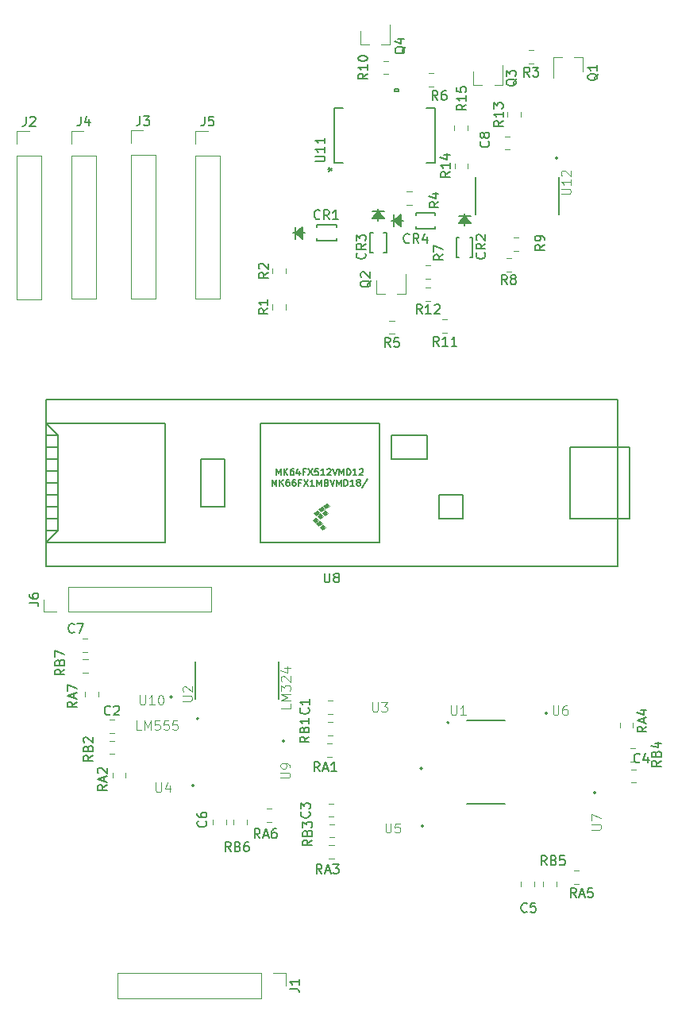
<source format=gto>
G04 #@! TF.GenerationSoftware,KiCad,Pcbnew,(5.0.1)-4*
G04 #@! TF.CreationDate,2019-12-01T21:58:56-05:00*
G04 #@! TF.ProjectId,new_synth_transistor,6E65775F73796E74685F7472616E7369,rev?*
G04 #@! TF.SameCoordinates,Original*
G04 #@! TF.FileFunction,Legend,Top*
G04 #@! TF.FilePolarity,Positive*
%FSLAX46Y46*%
G04 Gerber Fmt 4.6, Leading zero omitted, Abs format (unit mm)*
G04 Created by KiCad (PCBNEW (5.0.1)-4) date 12/1/2019 9:58:56 PM*
%MOMM*%
%LPD*%
G01*
G04 APERTURE LIST*
%ADD10C,0.200000*%
%ADD11C,0.127000*%
%ADD12C,0.152400*%
%ADD13C,0.150000*%
%ADD14C,0.100000*%
%ADD15C,0.120000*%
%ADD16C,0.050000*%
G04 APERTURE END LIST*
D10*
G04 #@! TO.C,U12*
X272691529Y-33233212D02*
G75*
G03X272691529Y-33233212I-100000J0D01*
G01*
D11*
X272811529Y-35278212D02*
X272811529Y-39278212D01*
X263951529Y-35278212D02*
X263951529Y-39278212D01*
G04 #@! TO.C,U10*
X231613448Y-90657494D02*
G75*
G03X231613448Y-90657494I-127000J0D01*
G01*
G04 #@! TO.C,U6*
X271607280Y-92435680D02*
G75*
G03X271607280Y-92435680I-127000J0D01*
G01*
G04 #@! TO.C,U4*
X233919970Y-100095153D02*
G75*
G03X233919970Y-100095153I-127000J0D01*
G01*
D12*
G04 #@! TO.C,U11*
X259609200Y-33745902D02*
X259609200Y-27903902D01*
X259609200Y-27903902D02*
X258659240Y-27903902D01*
X248865000Y-27903902D02*
X248865000Y-33745902D01*
X248865000Y-33745902D02*
X249814960Y-33745902D01*
X258659240Y-33745902D02*
X259609200Y-33745902D01*
X249814960Y-27903902D02*
X248865000Y-27903902D01*
X255316600Y-25859202D02*
X255697600Y-25859202D01*
X255697600Y-25859202D02*
X255697600Y-26113202D01*
X255697600Y-26113202D02*
X255316600Y-26113202D01*
X255316600Y-26113202D02*
X255316600Y-25859202D01*
D13*
G04 #@! TO.C,U8*
X262554720Y-71688960D02*
X262554720Y-69148960D01*
X262554720Y-69148960D02*
X260014720Y-69148960D01*
X260014720Y-69148960D02*
X260014720Y-71688960D01*
X260014720Y-71688960D02*
X262554720Y-71688960D01*
X254934720Y-62798960D02*
X258744720Y-62798960D01*
X258744720Y-62798960D02*
X258744720Y-65338960D01*
X258744720Y-65338960D02*
X254934720Y-65338960D01*
X254934720Y-65338960D02*
X254934720Y-62798960D01*
X240964720Y-61528960D02*
X240964720Y-74228960D01*
X253664720Y-74228960D02*
X253664720Y-61528960D01*
X253664720Y-61528960D02*
X240964720Y-61528960D01*
X253664720Y-74228960D02*
X240964720Y-74228960D01*
X219374720Y-62798960D02*
X218104720Y-62798960D01*
X219374720Y-64068960D02*
X218104720Y-64068960D01*
X219374720Y-65338960D02*
X218104720Y-65338960D01*
X219374720Y-66608960D02*
X218104720Y-66608960D01*
X219374720Y-67878960D02*
X218104720Y-67878960D01*
X219374720Y-69148960D02*
X218104720Y-69148960D01*
X219374720Y-70418960D02*
X218104720Y-70418960D01*
X219374720Y-71688960D02*
X218104720Y-71688960D01*
X219374720Y-72958960D02*
X218104720Y-72958960D01*
X218104720Y-61528960D02*
X219374720Y-62798960D01*
X219374720Y-62798960D02*
X219374720Y-72958960D01*
X219374720Y-72958960D02*
X218104720Y-74228960D01*
X218104720Y-74228960D02*
X230804720Y-74228960D01*
X230804720Y-74228960D02*
X230804720Y-61528960D01*
X230804720Y-61528960D02*
X218104720Y-61528960D01*
X218104720Y-76768960D02*
X279064720Y-76768960D01*
X279064720Y-58988960D02*
X218104720Y-58988960D01*
X279064720Y-64068960D02*
X280334720Y-64068960D01*
X280334720Y-64068960D02*
X280334720Y-71688960D01*
X280334720Y-71688960D02*
X279064720Y-71688960D01*
X273984720Y-64068960D02*
X273984720Y-71688960D01*
X273984720Y-71688960D02*
X279064720Y-71688960D01*
X273984720Y-64068960D02*
X279064720Y-64068960D01*
X234614720Y-70418960D02*
X234614720Y-65338960D01*
X234614720Y-65338960D02*
X237154720Y-65338960D01*
X237154720Y-65338960D02*
X237154720Y-70418960D01*
X237154720Y-70418960D02*
X234614720Y-70418960D01*
X218104720Y-76768960D02*
X218104720Y-58988960D01*
X279064720Y-58988960D02*
X279064720Y-76768960D01*
D14*
G36*
X247568720Y-72831960D02*
X247314720Y-72577960D01*
X247695720Y-72323960D01*
X247949720Y-72577960D01*
X247568720Y-72831960D01*
G37*
X247568720Y-72831960D02*
X247314720Y-72577960D01*
X247695720Y-72323960D01*
X247949720Y-72577960D01*
X247568720Y-72831960D01*
G36*
X247822720Y-71307960D02*
X247568720Y-71053960D01*
X247949720Y-70799960D01*
X248203720Y-71053960D01*
X247822720Y-71307960D01*
G37*
X247822720Y-71307960D02*
X247568720Y-71053960D01*
X247949720Y-70799960D01*
X248203720Y-71053960D01*
X247822720Y-71307960D01*
G36*
X247949720Y-70545960D02*
X247695720Y-70291960D01*
X248076720Y-70037960D01*
X248330720Y-70291960D01*
X247949720Y-70545960D01*
G37*
X247949720Y-70545960D02*
X247695720Y-70291960D01*
X248076720Y-70037960D01*
X248330720Y-70291960D01*
X247949720Y-70545960D01*
G36*
X246806720Y-72069960D02*
X246552720Y-71815960D01*
X246933720Y-71561960D01*
X247187720Y-71815960D01*
X246806720Y-72069960D01*
G37*
X246806720Y-72069960D02*
X246552720Y-71815960D01*
X246933720Y-71561960D01*
X247187720Y-71815960D01*
X246806720Y-72069960D01*
G36*
X247441720Y-70926960D02*
X247187720Y-70672960D01*
X247568720Y-70418960D01*
X247822720Y-70672960D01*
X247441720Y-70926960D01*
G37*
X247441720Y-70926960D02*
X247187720Y-70672960D01*
X247568720Y-70418960D01*
X247822720Y-70672960D01*
X247441720Y-70926960D01*
G36*
X246933720Y-71307960D02*
X246679720Y-71053960D01*
X247060720Y-70799960D01*
X247314720Y-71053960D01*
X246933720Y-71307960D01*
G37*
X246933720Y-71307960D02*
X246679720Y-71053960D01*
X247060720Y-70799960D01*
X247314720Y-71053960D01*
X246933720Y-71307960D01*
G36*
X247187720Y-72450960D02*
X246933720Y-72196960D01*
X247314720Y-71942960D01*
X247568720Y-72196960D01*
X247187720Y-72450960D01*
G37*
X247187720Y-72450960D02*
X246933720Y-72196960D01*
X247314720Y-71942960D01*
X247568720Y-72196960D01*
X247187720Y-72450960D01*
G36*
X247314720Y-71688960D02*
X247060720Y-71434960D01*
X247441720Y-71180960D01*
X247695720Y-71434960D01*
X247314720Y-71688960D01*
G37*
X247314720Y-71688960D02*
X247060720Y-71434960D01*
X247441720Y-71180960D01*
X247695720Y-71434960D01*
X247314720Y-71688960D01*
D15*
G04 #@! TO.C,C1*
X248168816Y-91084711D02*
X248685972Y-91084711D01*
X248168816Y-92504711D02*
X248685972Y-92504711D01*
G04 #@! TO.C,C2*
X224901172Y-93111353D02*
X225418328Y-93111353D01*
X224901172Y-94531353D02*
X225418328Y-94531353D01*
G04 #@! TO.C,C3*
X248292717Y-103458921D02*
X248809873Y-103458921D01*
X248292717Y-102038921D02*
X248809873Y-102038921D01*
G04 #@! TO.C,C4*
X281040338Y-98400800D02*
X280523182Y-98400800D01*
X281040338Y-99820800D02*
X280523182Y-99820800D01*
G04 #@! TO.C,C5*
X268804320Y-110875578D02*
X268804320Y-110358422D01*
X270224320Y-110875578D02*
X270224320Y-110358422D01*
G04 #@! TO.C,C6*
X237341480Y-104312218D02*
X237341480Y-103795062D01*
X235921480Y-104312218D02*
X235921480Y-103795062D01*
G04 #@! TO.C,C7*
X222043230Y-84456014D02*
X222560386Y-84456014D01*
X222043230Y-85876014D02*
X222560386Y-85876014D01*
G04 #@! TO.C,C8*
X267596998Y-32347702D02*
X267079842Y-32347702D01*
X267596998Y-30927702D02*
X267079842Y-30927702D01*
D12*
G04 #@! TO.C,CR1*
X245723020Y-41218582D02*
X244453020Y-41218582D01*
X244707020Y-40583582D02*
X244707020Y-41853582D01*
X244707020Y-41218582D02*
X245469020Y-40583582D01*
X244707020Y-41218582D02*
X245469020Y-40710582D01*
X244707020Y-41218582D02*
X245469020Y-40837582D01*
X244707020Y-41218582D02*
X245469020Y-40964582D01*
X244707020Y-41218582D02*
X245469020Y-41091582D01*
X244707020Y-41218582D02*
X245469020Y-41853582D01*
X244707020Y-41218582D02*
X245469020Y-41726582D01*
X244707020Y-41218582D02*
X245469020Y-41599582D01*
X244707020Y-41218582D02*
X245469020Y-41472582D01*
X244707020Y-41218582D02*
X245469020Y-41345582D01*
X245469020Y-40583582D02*
X245469020Y-41853582D01*
X247031120Y-42069482D02*
X249088520Y-42069482D01*
X249088520Y-42069482D02*
X249088520Y-41792622D01*
X249088520Y-40367682D02*
X247031120Y-40367682D01*
X247031120Y-40367682D02*
X247031120Y-40644542D01*
X247031120Y-41792622D02*
X247031120Y-42069482D01*
X249088520Y-40644542D02*
X249088520Y-40367682D01*
G04 #@! TO.C,CR2*
X263347249Y-43783152D02*
X263624109Y-43783152D01*
X262199169Y-41725752D02*
X261922309Y-41725752D01*
X263624109Y-41725752D02*
X263347249Y-41725752D01*
X263624109Y-43783152D02*
X263624109Y-41725752D01*
X261922309Y-43783152D02*
X262199169Y-43783152D01*
X261922309Y-41725752D02*
X261922309Y-43783152D01*
X263408209Y-40163652D02*
X262138209Y-40163652D01*
X262773209Y-39401652D02*
X262646209Y-40163652D01*
X262773209Y-39401652D02*
X262519209Y-40163652D01*
X262773209Y-39401652D02*
X262392209Y-40163652D01*
X262773209Y-39401652D02*
X262265209Y-40163652D01*
X262773209Y-39401652D02*
X262138209Y-40163652D01*
X262773209Y-39401652D02*
X262900209Y-40163652D01*
X262773209Y-39401652D02*
X263027209Y-40163652D01*
X262773209Y-39401652D02*
X263154209Y-40163652D01*
X262773209Y-39401652D02*
X263281209Y-40163652D01*
X262773209Y-39401652D02*
X263408209Y-40163652D01*
X263408209Y-39401652D02*
X262138209Y-39401652D01*
X262773209Y-40417652D02*
X262773209Y-39147652D01*
G04 #@! TO.C,CR3*
X254145660Y-43293762D02*
X254422520Y-43293762D01*
X252997580Y-41236362D02*
X252720720Y-41236362D01*
X254422520Y-41236362D02*
X254145660Y-41236362D01*
X254422520Y-43293762D02*
X254422520Y-41236362D01*
X252720720Y-43293762D02*
X252997580Y-43293762D01*
X252720720Y-41236362D02*
X252720720Y-43293762D01*
X254206620Y-39674262D02*
X252936620Y-39674262D01*
X253571620Y-38912262D02*
X253444620Y-39674262D01*
X253571620Y-38912262D02*
X253317620Y-39674262D01*
X253571620Y-38912262D02*
X253190620Y-39674262D01*
X253571620Y-38912262D02*
X253063620Y-39674262D01*
X253571620Y-38912262D02*
X252936620Y-39674262D01*
X253571620Y-38912262D02*
X253698620Y-39674262D01*
X253571620Y-38912262D02*
X253825620Y-39674262D01*
X253571620Y-38912262D02*
X253952620Y-39674262D01*
X253571620Y-38912262D02*
X254079620Y-39674262D01*
X253571620Y-38912262D02*
X254206620Y-39674262D01*
X254206620Y-38912262D02*
X252936620Y-38912262D01*
X253571620Y-39928262D02*
X253571620Y-38658262D01*
G04 #@! TO.C,CR4*
X256258940Y-39913022D02*
X254988940Y-39913022D01*
X255242940Y-39278022D02*
X255242940Y-40548022D01*
X255242940Y-39913022D02*
X256004940Y-39278022D01*
X255242940Y-39913022D02*
X256004940Y-39405022D01*
X255242940Y-39913022D02*
X256004940Y-39532022D01*
X255242940Y-39913022D02*
X256004940Y-39659022D01*
X255242940Y-39913022D02*
X256004940Y-39786022D01*
X255242940Y-39913022D02*
X256004940Y-40548022D01*
X255242940Y-39913022D02*
X256004940Y-40421022D01*
X255242940Y-39913022D02*
X256004940Y-40294022D01*
X255242940Y-39913022D02*
X256004940Y-40167022D01*
X255242940Y-39913022D02*
X256004940Y-40040022D01*
X256004940Y-39278022D02*
X256004940Y-40548022D01*
X257567040Y-40763922D02*
X259624440Y-40763922D01*
X259624440Y-40763922D02*
X259624440Y-40487062D01*
X259624440Y-39062122D02*
X257567040Y-39062122D01*
X257567040Y-39062122D02*
X257567040Y-39338982D01*
X257567040Y-40487062D02*
X257567040Y-40763922D01*
X259624440Y-39338982D02*
X259624440Y-39062122D01*
D15*
G04 #@! TO.C,J1*
X243686640Y-120122640D02*
X243686640Y-121452640D01*
X242356640Y-120122640D02*
X243686640Y-120122640D01*
X241086640Y-120122640D02*
X241086640Y-122782640D01*
X241086640Y-122782640D02*
X225786640Y-122782640D01*
X241086640Y-120122640D02*
X225786640Y-120122640D01*
X225786640Y-120122640D02*
X225786640Y-122782640D01*
G04 #@! TO.C,Q1*
X275381840Y-22516560D02*
X274451840Y-22516560D01*
X272221840Y-22516560D02*
X273151840Y-22516560D01*
X272221840Y-22516560D02*
X272221840Y-24676560D01*
X275381840Y-22516560D02*
X275381840Y-23976560D01*
G04 #@! TO.C,Q2*
X253327700Y-47753782D02*
X253327700Y-46293782D01*
X256487700Y-47753782D02*
X256487700Y-45593782D01*
X256487700Y-47753782D02*
X255557700Y-47753782D01*
X253327700Y-47753782D02*
X254257700Y-47753782D01*
G04 #@! TO.C,Q3*
X263706100Y-25463502D02*
X263706100Y-24003502D01*
X266866100Y-25463502D02*
X266866100Y-23303502D01*
X266866100Y-25463502D02*
X265936100Y-25463502D01*
X263706100Y-25463502D02*
X264636100Y-25463502D01*
G04 #@! TO.C,Q4*
X251681740Y-21170902D02*
X252611740Y-21170902D01*
X254841740Y-21170902D02*
X253911740Y-21170902D01*
X254841740Y-21170902D02*
X254841740Y-19010902D01*
X251681740Y-21170902D02*
X251681740Y-19710902D01*
G04 #@! TO.C,R1*
X243698913Y-49374745D02*
X243698913Y-48857589D01*
X242278913Y-49374745D02*
X242278913Y-48857589D01*
G04 #@! TO.C,R2*
X242304313Y-45519025D02*
X242304313Y-45001869D01*
X243724313Y-45519025D02*
X243724313Y-45001869D01*
G04 #@! TO.C,R3*
X270143738Y-23168680D02*
X269626582Y-23168680D01*
X270143738Y-21748680D02*
X269626582Y-21748680D01*
G04 #@! TO.C,R4*
X256615042Y-38210022D02*
X257132198Y-38210022D01*
X256615042Y-36790022D02*
X257132198Y-36790022D01*
G04 #@! TO.C,R5*
X255272918Y-51981902D02*
X254755762Y-51981902D01*
X255272918Y-50561902D02*
X254755762Y-50561902D01*
G04 #@! TO.C,R6*
X259492098Y-25606542D02*
X258974942Y-25606542D01*
X259492098Y-24186542D02*
X258974942Y-24186542D01*
G04 #@! TO.C,R7*
X259098158Y-44664022D02*
X258581002Y-44664022D01*
X259098158Y-46084022D02*
X258581002Y-46084022D01*
G04 #@! TO.C,R8*
X267725707Y-45313572D02*
X267208551Y-45313572D01*
X267725707Y-43893572D02*
X267208551Y-43893572D01*
G04 #@! TO.C,R9*
X268006111Y-43139332D02*
X268523267Y-43139332D01*
X268006111Y-41719332D02*
X268523267Y-41719332D01*
G04 #@! TO.C,R10*
X254085202Y-24295902D02*
X254602358Y-24295902D01*
X254085202Y-22875902D02*
X254602358Y-22875902D01*
G04 #@! TO.C,R11*
X260937118Y-50455222D02*
X260419962Y-50455222D01*
X260937118Y-51875222D02*
X260419962Y-51875222D01*
G04 #@! TO.C,R12*
X259138798Y-47031302D02*
X258621642Y-47031302D01*
X259138798Y-48451302D02*
X258621642Y-48451302D01*
G04 #@! TO.C,R13*
X267354860Y-28873680D02*
X267354860Y-28356524D01*
X268774860Y-28873680D02*
X268774860Y-28356524D01*
G04 #@! TO.C,R14*
X261705900Y-34324520D02*
X261705900Y-33807364D01*
X263125900Y-34324520D02*
X263125900Y-33807364D01*
G04 #@! TO.C,R15*
X261665260Y-30255440D02*
X261665260Y-29738284D01*
X263085260Y-30255440D02*
X263085260Y-29738284D01*
G04 #@! TO.C,RA1*
X248614852Y-95666871D02*
X248097696Y-95666871D01*
X248614852Y-97086871D02*
X248097696Y-97086871D01*
G04 #@! TO.C,RA2*
X226639130Y-98774855D02*
X226639130Y-99292011D01*
X225219130Y-98774855D02*
X225219130Y-99292011D01*
G04 #@! TO.C,RA3*
X248835273Y-106489001D02*
X248318117Y-106489001D01*
X248835273Y-107909001D02*
X248318117Y-107909001D01*
G04 #@! TO.C,RA4*
X280734840Y-93977198D02*
X280734840Y-93460042D01*
X279314840Y-93977198D02*
X279314840Y-93460042D01*
G04 #@! TO.C,RA5*
X274454163Y-110590697D02*
X274971319Y-110590697D01*
X274454163Y-109170697D02*
X274971319Y-109170697D01*
G04 #@! TO.C,RA6*
X241678722Y-104001640D02*
X242195878Y-104001640D01*
X241678722Y-102581640D02*
X242195878Y-102581640D01*
G04 #@! TO.C,RA7*
X222277608Y-90099196D02*
X222277608Y-90616352D01*
X223697608Y-90099196D02*
X223697608Y-90616352D01*
G04 #@! TO.C,RB1*
X248685972Y-94775471D02*
X248168816Y-94775471D01*
X248685972Y-93355471D02*
X248168816Y-93355471D01*
G04 #@! TO.C,RB2*
X225440948Y-96776713D02*
X224923792Y-96776713D01*
X225440948Y-95356713D02*
X224923792Y-95356713D01*
G04 #@! TO.C,RB3*
X248843133Y-105658561D02*
X248325977Y-105658561D01*
X248843133Y-104238561D02*
X248325977Y-104238561D01*
G04 #@! TO.C,RB4*
X280480242Y-96150360D02*
X280997398Y-96150360D01*
X280480242Y-97570360D02*
X280997398Y-97570360D01*
G04 #@! TO.C,RB5*
X272556040Y-110353342D02*
X272556040Y-110870498D01*
X271136040Y-110353342D02*
X271136040Y-110870498D01*
G04 #@! TO.C,RB6*
X239566520Y-103764582D02*
X239566520Y-104281738D01*
X238146520Y-103764582D02*
X238146520Y-104281738D01*
G04 #@! TO.C,RB7*
X222588566Y-88101054D02*
X222071410Y-88101054D01*
X222588566Y-86681054D02*
X222071410Y-86681054D01*
D11*
G04 #@! TO.C,U1*
X263038840Y-102052360D02*
X267038840Y-102052360D01*
X263038840Y-93192360D02*
X267038840Y-93192360D01*
D10*
X261093840Y-93412360D02*
G75*
G03X261093840Y-93412360I-100000J0D01*
G01*
G04 #@! TO.C,U2*
X234385840Y-92975480D02*
G75*
G03X234385840Y-92975480I-100000J0D01*
G01*
D11*
X234065840Y-90930480D02*
X234065840Y-86930480D01*
X242925840Y-90930480D02*
X242925840Y-86930480D01*
G04 #@! TO.C,U3*
X258294832Y-98312968D02*
G75*
G03X258294832Y-98312968I-127000J0D01*
G01*
G04 #@! TO.C,U5*
X258406612Y-104435780D02*
G75*
G03X258406612Y-104435780I-127000J0D01*
G01*
G04 #@! TO.C,U7*
X276744741Y-100889097D02*
G75*
G03X276744741Y-100889097I-127000J0D01*
G01*
G04 #@! TO.C,U9*
X243570760Y-95377000D02*
G75*
G03X243570760Y-95377000I-127000J0D01*
G01*
D15*
G04 #@! TO.C,J2*
X215011960Y-48271740D02*
X217671960Y-48271740D01*
X215011960Y-32971740D02*
X215011960Y-48271740D01*
X217671960Y-32971740D02*
X217671960Y-48271740D01*
X215011960Y-32971740D02*
X217671960Y-32971740D01*
X215011960Y-31701740D02*
X215011960Y-30371740D01*
X215011960Y-30371740D02*
X216341960Y-30371740D01*
G04 #@! TO.C,J3*
X227158240Y-48200620D02*
X229818240Y-48200620D01*
X227158240Y-32900620D02*
X227158240Y-48200620D01*
X229818240Y-32900620D02*
X229818240Y-48200620D01*
X227158240Y-32900620D02*
X229818240Y-32900620D01*
X227158240Y-31630620D02*
X227158240Y-30300620D01*
X227158240Y-30300620D02*
X228488240Y-30300620D01*
G04 #@! TO.C,J4*
X220828560Y-48243800D02*
X223488560Y-48243800D01*
X220828560Y-32943800D02*
X220828560Y-48243800D01*
X223488560Y-32943800D02*
X223488560Y-48243800D01*
X220828560Y-32943800D02*
X223488560Y-32943800D01*
X220828560Y-31673800D02*
X220828560Y-30343800D01*
X220828560Y-30343800D02*
X222158560Y-30343800D01*
G04 #@! TO.C,J5*
X234044180Y-30343800D02*
X235374180Y-30343800D01*
X234044180Y-31673800D02*
X234044180Y-30343800D01*
X234044180Y-32943800D02*
X236704180Y-32943800D01*
X236704180Y-32943800D02*
X236704180Y-48243800D01*
X234044180Y-32943800D02*
X234044180Y-48243800D01*
X234044180Y-48243800D02*
X236704180Y-48243800D01*
G04 #@! TO.C,J6*
X217877080Y-81614320D02*
X217877080Y-80284320D01*
X219207080Y-81614320D02*
X217877080Y-81614320D01*
X220477080Y-81614320D02*
X220477080Y-78954320D01*
X220477080Y-78954320D02*
X235777080Y-78954320D01*
X220477080Y-81614320D02*
X235777080Y-81614320D01*
X235777080Y-81614320D02*
X235777080Y-78954320D01*
G04 #@! TO.C,U12*
D16*
X273075909Y-37086307D02*
X273885433Y-37086307D01*
X273980671Y-37038688D01*
X274028290Y-36991069D01*
X274075909Y-36895831D01*
X274075909Y-36705354D01*
X274028290Y-36610116D01*
X273980671Y-36562497D01*
X273885433Y-36514878D01*
X273075909Y-36514878D01*
X274075909Y-35514878D02*
X274075909Y-36086307D01*
X274075909Y-35800592D02*
X273075909Y-35800592D01*
X273218767Y-35895831D01*
X273314005Y-35991069D01*
X273361624Y-36086307D01*
X273171148Y-35133926D02*
X273123529Y-35086307D01*
X273075909Y-34991069D01*
X273075909Y-34752973D01*
X273123529Y-34657735D01*
X273171148Y-34610116D01*
X273266386Y-34562497D01*
X273361624Y-34562497D01*
X273504481Y-34610116D01*
X274075909Y-35181545D01*
X274075909Y-34562497D01*
G04 #@! TO.C,U10*
X228136251Y-90499831D02*
X228136251Y-91310837D01*
X228183957Y-91406249D01*
X228231663Y-91453955D01*
X228327075Y-91501661D01*
X228517900Y-91501661D01*
X228613312Y-91453955D01*
X228661019Y-91406249D01*
X228708725Y-91310837D01*
X228708725Y-90499831D01*
X229710555Y-91501661D02*
X229138081Y-91501661D01*
X229424318Y-91501661D02*
X229424318Y-90499831D01*
X229328905Y-90642950D01*
X229233493Y-90738362D01*
X229138081Y-90786068D01*
X230330735Y-90499831D02*
X230426148Y-90499831D01*
X230521560Y-90547538D01*
X230569266Y-90595244D01*
X230616972Y-90690656D01*
X230664679Y-90881481D01*
X230664679Y-91120012D01*
X230616972Y-91310837D01*
X230569266Y-91406249D01*
X230521560Y-91453955D01*
X230426148Y-91501661D01*
X230330735Y-91501661D01*
X230235323Y-91453955D01*
X230187617Y-91406249D01*
X230139911Y-91310837D01*
X230092204Y-91120012D01*
X230092204Y-90881481D01*
X230139911Y-90690656D01*
X230187617Y-90595244D01*
X230235323Y-90547538D01*
X230330735Y-90499831D01*
G04 #@! TO.C,U6*
X272210500Y-91602578D02*
X272210500Y-92413584D01*
X272258207Y-92508996D01*
X272305913Y-92556702D01*
X272401325Y-92604408D01*
X272592150Y-92604408D01*
X272687562Y-92556702D01*
X272735269Y-92508996D01*
X272782975Y-92413584D01*
X272782975Y-91602578D01*
X273689392Y-91602578D02*
X273498568Y-91602578D01*
X273403155Y-91650285D01*
X273355449Y-91697991D01*
X273260037Y-91841109D01*
X273212330Y-92031934D01*
X273212330Y-92413584D01*
X273260037Y-92508996D01*
X273307743Y-92556702D01*
X273403155Y-92604408D01*
X273593980Y-92604408D01*
X273689392Y-92556702D01*
X273737099Y-92508996D01*
X273784805Y-92413584D01*
X273784805Y-92175053D01*
X273737099Y-92079640D01*
X273689392Y-92031934D01*
X273593980Y-91984228D01*
X273403155Y-91984228D01*
X273307743Y-92031934D01*
X273260037Y-92079640D01*
X273212330Y-92175053D01*
G04 #@! TO.C,U4*
X229853500Y-99806551D02*
X229853500Y-100617557D01*
X229901207Y-100712969D01*
X229948913Y-100760675D01*
X230044325Y-100808381D01*
X230235150Y-100808381D01*
X230330562Y-100760675D01*
X230378269Y-100712969D01*
X230425975Y-100617557D01*
X230425975Y-99806551D01*
X231332392Y-100140495D02*
X231332392Y-100808381D01*
X231093861Y-99758845D02*
X230855330Y-100474438D01*
X231475511Y-100474438D01*
X228290185Y-94195306D02*
X227813623Y-94195306D01*
X227813623Y-93194526D01*
X228623778Y-94195306D02*
X228623778Y-93194526D01*
X228957371Y-93909369D01*
X229290965Y-93194526D01*
X229290965Y-94195306D01*
X230244089Y-93194526D02*
X229767527Y-93194526D01*
X229719870Y-93671088D01*
X229767527Y-93623432D01*
X229862839Y-93575776D01*
X230101120Y-93575776D01*
X230196432Y-93623432D01*
X230244089Y-93671088D01*
X230291745Y-93766401D01*
X230291745Y-94004682D01*
X230244089Y-94099994D01*
X230196432Y-94147650D01*
X230101120Y-94195306D01*
X229862839Y-94195306D01*
X229767527Y-94147650D01*
X229719870Y-94099994D01*
X231197212Y-93194526D02*
X230720650Y-93194526D01*
X230672994Y-93671088D01*
X230720650Y-93623432D01*
X230815963Y-93575776D01*
X231054244Y-93575776D01*
X231149556Y-93623432D01*
X231197212Y-93671088D01*
X231244869Y-93766401D01*
X231244869Y-94004682D01*
X231197212Y-94099994D01*
X231149556Y-94147650D01*
X231054244Y-94195306D01*
X230815963Y-94195306D01*
X230720650Y-94147650D01*
X230672994Y-94099994D01*
X232150336Y-93194526D02*
X231673774Y-93194526D01*
X231626118Y-93671088D01*
X231673774Y-93623432D01*
X231769087Y-93575776D01*
X232007368Y-93575776D01*
X232102680Y-93623432D01*
X232150336Y-93671088D01*
X232197992Y-93766401D01*
X232197992Y-94004682D01*
X232150336Y-94099994D01*
X232102680Y-94147650D01*
X232007368Y-94195306D01*
X231769087Y-94195306D01*
X231673774Y-94147650D01*
X231626118Y-94099994D01*
G04 #@! TO.C,U11*
D13*
X246882280Y-33617477D02*
X247691804Y-33617477D01*
X247787042Y-33569858D01*
X247834661Y-33522239D01*
X247882280Y-33427001D01*
X247882280Y-33236524D01*
X247834661Y-33141286D01*
X247787042Y-33093667D01*
X247691804Y-33046048D01*
X246882280Y-33046048D01*
X247882280Y-32046048D02*
X247882280Y-32617477D01*
X247882280Y-32331762D02*
X246882280Y-32331762D01*
X247025138Y-32427001D01*
X247120376Y-32522239D01*
X247167995Y-32617477D01*
X247882280Y-31093667D02*
X247882280Y-31665096D01*
X247882280Y-31379382D02*
X246882280Y-31379382D01*
X247025138Y-31474620D01*
X247120376Y-31569858D01*
X247167995Y-31665096D01*
X248177680Y-34457102D02*
X248415776Y-34457102D01*
X248320538Y-34695197D02*
X248415776Y-34457102D01*
X248320538Y-34219006D01*
X248606252Y-34599959D02*
X248415776Y-34457102D01*
X248606252Y-34314244D01*
G04 #@! TO.C,U8*
X247822815Y-77491340D02*
X247822815Y-78300864D01*
X247870434Y-78396102D01*
X247918053Y-78443721D01*
X248013291Y-78491340D01*
X248203767Y-78491340D01*
X248299005Y-78443721D01*
X248346624Y-78396102D01*
X248394243Y-78300864D01*
X248394243Y-77491340D01*
X249013291Y-77919912D02*
X248918053Y-77872293D01*
X248870434Y-77824674D01*
X248822815Y-77729436D01*
X248822815Y-77681817D01*
X248870434Y-77586579D01*
X248918053Y-77538960D01*
X249013291Y-77491340D01*
X249203767Y-77491340D01*
X249299005Y-77538960D01*
X249346624Y-77586579D01*
X249394243Y-77681817D01*
X249394243Y-77729436D01*
X249346624Y-77824674D01*
X249299005Y-77872293D01*
X249203767Y-77919912D01*
X249013291Y-77919912D01*
X248918053Y-77967531D01*
X248870434Y-78015150D01*
X248822815Y-78110388D01*
X248822815Y-78300864D01*
X248870434Y-78396102D01*
X248918053Y-78443721D01*
X249013291Y-78491340D01*
X249203767Y-78491340D01*
X249299005Y-78443721D01*
X249346624Y-78396102D01*
X249394243Y-78300864D01*
X249394243Y-78110388D01*
X249346624Y-78015150D01*
X249299005Y-77967531D01*
X249203767Y-77919912D01*
X242264720Y-68195626D02*
X242264720Y-67495626D01*
X242498053Y-67995626D01*
X242731386Y-67495626D01*
X242731386Y-68195626D01*
X243064720Y-68195626D02*
X243064720Y-67495626D01*
X243464720Y-68195626D02*
X243164720Y-67795626D01*
X243464720Y-67495626D02*
X243064720Y-67895626D01*
X244064720Y-67495626D02*
X243931386Y-67495626D01*
X243864720Y-67528960D01*
X243831386Y-67562293D01*
X243764720Y-67662293D01*
X243731386Y-67795626D01*
X243731386Y-68062293D01*
X243764720Y-68128960D01*
X243798053Y-68162293D01*
X243864720Y-68195626D01*
X243998053Y-68195626D01*
X244064720Y-68162293D01*
X244098053Y-68128960D01*
X244131386Y-68062293D01*
X244131386Y-67895626D01*
X244098053Y-67828960D01*
X244064720Y-67795626D01*
X243998053Y-67762293D01*
X243864720Y-67762293D01*
X243798053Y-67795626D01*
X243764720Y-67828960D01*
X243731386Y-67895626D01*
X244731386Y-67495626D02*
X244598053Y-67495626D01*
X244531386Y-67528960D01*
X244498053Y-67562293D01*
X244431386Y-67662293D01*
X244398053Y-67795626D01*
X244398053Y-68062293D01*
X244431386Y-68128960D01*
X244464720Y-68162293D01*
X244531386Y-68195626D01*
X244664720Y-68195626D01*
X244731386Y-68162293D01*
X244764720Y-68128960D01*
X244798053Y-68062293D01*
X244798053Y-67895626D01*
X244764720Y-67828960D01*
X244731386Y-67795626D01*
X244664720Y-67762293D01*
X244531386Y-67762293D01*
X244464720Y-67795626D01*
X244431386Y-67828960D01*
X244398053Y-67895626D01*
X245331386Y-67828960D02*
X245098053Y-67828960D01*
X245098053Y-68195626D02*
X245098053Y-67495626D01*
X245431386Y-67495626D01*
X245631386Y-67495626D02*
X246098053Y-68195626D01*
X246098053Y-67495626D02*
X245631386Y-68195626D01*
X246731386Y-68195626D02*
X246331386Y-68195626D01*
X246531386Y-68195626D02*
X246531386Y-67495626D01*
X246464720Y-67595626D01*
X246398053Y-67662293D01*
X246331386Y-67695626D01*
X247031386Y-68195626D02*
X247031386Y-67495626D01*
X247264720Y-67995626D01*
X247498053Y-67495626D01*
X247498053Y-68195626D01*
X248064720Y-67828960D02*
X248164720Y-67862293D01*
X248198053Y-67895626D01*
X248231386Y-67962293D01*
X248231386Y-68062293D01*
X248198053Y-68128960D01*
X248164720Y-68162293D01*
X248098053Y-68195626D01*
X247831386Y-68195626D01*
X247831386Y-67495626D01*
X248064720Y-67495626D01*
X248131386Y-67528960D01*
X248164720Y-67562293D01*
X248198053Y-67628960D01*
X248198053Y-67695626D01*
X248164720Y-67762293D01*
X248131386Y-67795626D01*
X248064720Y-67828960D01*
X247831386Y-67828960D01*
X248431386Y-67495626D02*
X248664720Y-68195626D01*
X248898053Y-67495626D01*
X249131386Y-68195626D02*
X249131386Y-67495626D01*
X249364720Y-67995626D01*
X249598053Y-67495626D01*
X249598053Y-68195626D01*
X249931386Y-68195626D02*
X249931386Y-67495626D01*
X250098053Y-67495626D01*
X250198053Y-67528960D01*
X250264720Y-67595626D01*
X250298053Y-67662293D01*
X250331386Y-67795626D01*
X250331386Y-67895626D01*
X250298053Y-68028960D01*
X250264720Y-68095626D01*
X250198053Y-68162293D01*
X250098053Y-68195626D01*
X249931386Y-68195626D01*
X250998053Y-68195626D02*
X250598053Y-68195626D01*
X250798053Y-68195626D02*
X250798053Y-67495626D01*
X250731386Y-67595626D01*
X250664720Y-67662293D01*
X250598053Y-67695626D01*
X251398053Y-67795626D02*
X251331386Y-67762293D01*
X251298053Y-67728960D01*
X251264720Y-67662293D01*
X251264720Y-67628960D01*
X251298053Y-67562293D01*
X251331386Y-67528960D01*
X251398053Y-67495626D01*
X251531386Y-67495626D01*
X251598053Y-67528960D01*
X251631386Y-67562293D01*
X251664720Y-67628960D01*
X251664720Y-67662293D01*
X251631386Y-67728960D01*
X251598053Y-67762293D01*
X251531386Y-67795626D01*
X251398053Y-67795626D01*
X251331386Y-67828960D01*
X251298053Y-67862293D01*
X251264720Y-67928960D01*
X251264720Y-68062293D01*
X251298053Y-68128960D01*
X251331386Y-68162293D01*
X251398053Y-68195626D01*
X251531386Y-68195626D01*
X251598053Y-68162293D01*
X251631386Y-68128960D01*
X251664720Y-68062293D01*
X251664720Y-67928960D01*
X251631386Y-67862293D01*
X251598053Y-67828960D01*
X251531386Y-67795626D01*
X252464720Y-67462293D02*
X251864720Y-68362293D01*
X242714720Y-67052626D02*
X242714720Y-66352626D01*
X242948053Y-66852626D01*
X243181386Y-66352626D01*
X243181386Y-67052626D01*
X243514720Y-67052626D02*
X243514720Y-66352626D01*
X243914720Y-67052626D02*
X243614720Y-66652626D01*
X243914720Y-66352626D02*
X243514720Y-66752626D01*
X244514720Y-66352626D02*
X244381386Y-66352626D01*
X244314720Y-66385960D01*
X244281386Y-66419293D01*
X244214720Y-66519293D01*
X244181386Y-66652626D01*
X244181386Y-66919293D01*
X244214720Y-66985960D01*
X244248053Y-67019293D01*
X244314720Y-67052626D01*
X244448053Y-67052626D01*
X244514720Y-67019293D01*
X244548053Y-66985960D01*
X244581386Y-66919293D01*
X244581386Y-66752626D01*
X244548053Y-66685960D01*
X244514720Y-66652626D01*
X244448053Y-66619293D01*
X244314720Y-66619293D01*
X244248053Y-66652626D01*
X244214720Y-66685960D01*
X244181386Y-66752626D01*
X245181386Y-66585960D02*
X245181386Y-67052626D01*
X245014720Y-66319293D02*
X244848053Y-66819293D01*
X245281386Y-66819293D01*
X245781386Y-66685960D02*
X245548053Y-66685960D01*
X245548053Y-67052626D02*
X245548053Y-66352626D01*
X245881386Y-66352626D01*
X246081386Y-66352626D02*
X246548053Y-67052626D01*
X246548053Y-66352626D02*
X246081386Y-67052626D01*
X247148053Y-66352626D02*
X246814720Y-66352626D01*
X246781386Y-66685960D01*
X246814720Y-66652626D01*
X246881386Y-66619293D01*
X247048053Y-66619293D01*
X247114720Y-66652626D01*
X247148053Y-66685960D01*
X247181386Y-66752626D01*
X247181386Y-66919293D01*
X247148053Y-66985960D01*
X247114720Y-67019293D01*
X247048053Y-67052626D01*
X246881386Y-67052626D01*
X246814720Y-67019293D01*
X246781386Y-66985960D01*
X247848053Y-67052626D02*
X247448053Y-67052626D01*
X247648053Y-67052626D02*
X247648053Y-66352626D01*
X247581386Y-66452626D01*
X247514720Y-66519293D01*
X247448053Y-66552626D01*
X248114720Y-66419293D02*
X248148053Y-66385960D01*
X248214720Y-66352626D01*
X248381386Y-66352626D01*
X248448053Y-66385960D01*
X248481386Y-66419293D01*
X248514720Y-66485960D01*
X248514720Y-66552626D01*
X248481386Y-66652626D01*
X248081386Y-67052626D01*
X248514720Y-67052626D01*
X248714720Y-66352626D02*
X248948053Y-67052626D01*
X249181386Y-66352626D01*
X249414720Y-67052626D02*
X249414720Y-66352626D01*
X249648053Y-66852626D01*
X249881386Y-66352626D01*
X249881386Y-67052626D01*
X250214720Y-67052626D02*
X250214720Y-66352626D01*
X250381386Y-66352626D01*
X250481386Y-66385960D01*
X250548053Y-66452626D01*
X250581386Y-66519293D01*
X250614720Y-66652626D01*
X250614720Y-66752626D01*
X250581386Y-66885960D01*
X250548053Y-66952626D01*
X250481386Y-67019293D01*
X250381386Y-67052626D01*
X250214720Y-67052626D01*
X251281386Y-67052626D02*
X250881386Y-67052626D01*
X251081386Y-67052626D02*
X251081386Y-66352626D01*
X251014720Y-66452626D01*
X250948053Y-66519293D01*
X250881386Y-66552626D01*
X251548053Y-66419293D02*
X251581386Y-66385960D01*
X251648053Y-66352626D01*
X251814720Y-66352626D01*
X251881386Y-66385960D01*
X251914720Y-66419293D01*
X251948053Y-66485960D01*
X251948053Y-66552626D01*
X251914720Y-66652626D01*
X251514720Y-67052626D01*
X251948053Y-67052626D01*
G04 #@! TO.C,C1*
X246122462Y-91865746D02*
X246170081Y-91913365D01*
X246217700Y-92056222D01*
X246217700Y-92151460D01*
X246170081Y-92294318D01*
X246074843Y-92389556D01*
X245979605Y-92437175D01*
X245789129Y-92484794D01*
X245646272Y-92484794D01*
X245455796Y-92437175D01*
X245360558Y-92389556D01*
X245265320Y-92294318D01*
X245217700Y-92151460D01*
X245217700Y-92056222D01*
X245265320Y-91913365D01*
X245312939Y-91865746D01*
X246217700Y-90913365D02*
X246217700Y-91484794D01*
X246217700Y-91199080D02*
X245217700Y-91199080D01*
X245360558Y-91294318D01*
X245455796Y-91389556D01*
X245503415Y-91484794D01*
G04 #@! TO.C,C2*
X224993083Y-92528495D02*
X224945464Y-92576114D01*
X224802607Y-92623733D01*
X224707369Y-92623733D01*
X224564511Y-92576114D01*
X224469273Y-92480876D01*
X224421654Y-92385638D01*
X224374035Y-92195162D01*
X224374035Y-92052305D01*
X224421654Y-91861829D01*
X224469273Y-91766591D01*
X224564511Y-91671353D01*
X224707369Y-91623733D01*
X224802607Y-91623733D01*
X224945464Y-91671353D01*
X224993083Y-91718972D01*
X225374035Y-91718972D02*
X225421654Y-91671353D01*
X225516892Y-91623733D01*
X225754988Y-91623733D01*
X225850226Y-91671353D01*
X225897845Y-91718972D01*
X225945464Y-91814210D01*
X225945464Y-91909448D01*
X225897845Y-92052305D01*
X225326416Y-92623733D01*
X225945464Y-92623733D01*
G04 #@! TO.C,C3*
X246207017Y-102937775D02*
X246254636Y-102985394D01*
X246302255Y-103128251D01*
X246302255Y-103223489D01*
X246254636Y-103366347D01*
X246159398Y-103461585D01*
X246064160Y-103509204D01*
X245873684Y-103556823D01*
X245730827Y-103556823D01*
X245540351Y-103509204D01*
X245445113Y-103461585D01*
X245349875Y-103366347D01*
X245302255Y-103223489D01*
X245302255Y-103128251D01*
X245349875Y-102985394D01*
X245397494Y-102937775D01*
X245302255Y-102604442D02*
X245302255Y-101985394D01*
X245683208Y-102318728D01*
X245683208Y-102175870D01*
X245730827Y-102080632D01*
X245778446Y-102033013D01*
X245873684Y-101985394D01*
X246111779Y-101985394D01*
X246207017Y-102033013D01*
X246254636Y-102080632D01*
X246302255Y-102175870D01*
X246302255Y-102461585D01*
X246254636Y-102556823D01*
X246207017Y-102604442D01*
G04 #@! TO.C,C4*
X281465753Y-97613742D02*
X281418134Y-97661361D01*
X281275277Y-97708980D01*
X281180039Y-97708980D01*
X281037181Y-97661361D01*
X280941943Y-97566123D01*
X280894324Y-97470885D01*
X280846705Y-97280409D01*
X280846705Y-97137552D01*
X280894324Y-96947076D01*
X280941943Y-96851838D01*
X281037181Y-96756600D01*
X281180039Y-96708980D01*
X281275277Y-96708980D01*
X281418134Y-96756600D01*
X281465753Y-96804219D01*
X282322896Y-97042314D02*
X282322896Y-97708980D01*
X282084800Y-96661361D02*
X281846705Y-97375647D01*
X282465753Y-97375647D01*
G04 #@! TO.C,C5*
X269423853Y-113549702D02*
X269376234Y-113597321D01*
X269233377Y-113644940D01*
X269138139Y-113644940D01*
X268995281Y-113597321D01*
X268900043Y-113502083D01*
X268852424Y-113406845D01*
X268804805Y-113216369D01*
X268804805Y-113073512D01*
X268852424Y-112883036D01*
X268900043Y-112787798D01*
X268995281Y-112692560D01*
X269138139Y-112644940D01*
X269233377Y-112644940D01*
X269376234Y-112692560D01*
X269423853Y-112740179D01*
X270328615Y-112644940D02*
X269852424Y-112644940D01*
X269804805Y-113121131D01*
X269852424Y-113073512D01*
X269947662Y-113025893D01*
X270185758Y-113025893D01*
X270280996Y-113073512D01*
X270328615Y-113121131D01*
X270376234Y-113216369D01*
X270376234Y-113454464D01*
X270328615Y-113549702D01*
X270280996Y-113597321D01*
X270185758Y-113644940D01*
X269947662Y-113644940D01*
X269852424Y-113597321D01*
X269804805Y-113549702D01*
G04 #@! TO.C,C6*
X235169982Y-103925666D02*
X235217601Y-103973285D01*
X235265220Y-104116142D01*
X235265220Y-104211380D01*
X235217601Y-104354238D01*
X235122363Y-104449476D01*
X235027125Y-104497095D01*
X234836649Y-104544714D01*
X234693792Y-104544714D01*
X234503316Y-104497095D01*
X234408078Y-104449476D01*
X234312840Y-104354238D01*
X234265220Y-104211380D01*
X234265220Y-104116142D01*
X234312840Y-103973285D01*
X234360459Y-103925666D01*
X234265220Y-103068523D02*
X234265220Y-103259000D01*
X234312840Y-103354238D01*
X234360459Y-103401857D01*
X234503316Y-103497095D01*
X234693792Y-103544714D01*
X235074744Y-103544714D01*
X235169982Y-103497095D01*
X235217601Y-103449476D01*
X235265220Y-103354238D01*
X235265220Y-103163761D01*
X235217601Y-103068523D01*
X235169982Y-103020904D01*
X235074744Y-102973285D01*
X234836649Y-102973285D01*
X234741411Y-103020904D01*
X234693792Y-103068523D01*
X234646173Y-103163761D01*
X234646173Y-103354238D01*
X234693792Y-103449476D01*
X234741411Y-103497095D01*
X234836649Y-103544714D01*
G04 #@! TO.C,C7*
X221148613Y-83770742D02*
X221100994Y-83818361D01*
X220958137Y-83865980D01*
X220862899Y-83865980D01*
X220720041Y-83818361D01*
X220624803Y-83723123D01*
X220577184Y-83627885D01*
X220529565Y-83437409D01*
X220529565Y-83294552D01*
X220577184Y-83104076D01*
X220624803Y-83008838D01*
X220720041Y-82913600D01*
X220862899Y-82865980D01*
X220958137Y-82865980D01*
X221100994Y-82913600D01*
X221148613Y-82961219D01*
X221481946Y-82865980D02*
X222148613Y-82865980D01*
X221720041Y-83865980D01*
G04 #@! TO.C,C8*
X265328282Y-31469088D02*
X265375901Y-31516707D01*
X265423520Y-31659564D01*
X265423520Y-31754802D01*
X265375901Y-31897660D01*
X265280663Y-31992898D01*
X265185425Y-32040517D01*
X264994949Y-32088136D01*
X264852092Y-32088136D01*
X264661616Y-32040517D01*
X264566378Y-31992898D01*
X264471140Y-31897660D01*
X264423520Y-31754802D01*
X264423520Y-31659564D01*
X264471140Y-31516707D01*
X264518759Y-31469088D01*
X264852092Y-30897660D02*
X264804473Y-30992898D01*
X264756854Y-31040517D01*
X264661616Y-31088136D01*
X264613997Y-31088136D01*
X264518759Y-31040517D01*
X264471140Y-30992898D01*
X264423520Y-30897660D01*
X264423520Y-30707183D01*
X264471140Y-30611945D01*
X264518759Y-30564326D01*
X264613997Y-30516707D01*
X264661616Y-30516707D01*
X264756854Y-30564326D01*
X264804473Y-30611945D01*
X264852092Y-30707183D01*
X264852092Y-30897660D01*
X264899711Y-30992898D01*
X264947330Y-31040517D01*
X265042568Y-31088136D01*
X265233044Y-31088136D01*
X265328282Y-31040517D01*
X265375901Y-30992898D01*
X265423520Y-30897660D01*
X265423520Y-30707183D01*
X265375901Y-30611945D01*
X265328282Y-30564326D01*
X265233044Y-30516707D01*
X265042568Y-30516707D01*
X264947330Y-30564326D01*
X264899711Y-30611945D01*
X264852092Y-30707183D01*
G04 #@! TO.C,CR1*
X247337273Y-39675804D02*
X247289654Y-39723423D01*
X247146797Y-39771042D01*
X247051559Y-39771042D01*
X246908701Y-39723423D01*
X246813463Y-39628185D01*
X246765844Y-39532947D01*
X246718225Y-39342471D01*
X246718225Y-39199614D01*
X246765844Y-39009138D01*
X246813463Y-38913900D01*
X246908701Y-38818662D01*
X247051559Y-38771042D01*
X247146797Y-38771042D01*
X247289654Y-38818662D01*
X247337273Y-38866281D01*
X248337273Y-39771042D02*
X248003940Y-39294852D01*
X247765844Y-39771042D02*
X247765844Y-38771042D01*
X248146797Y-38771042D01*
X248242035Y-38818662D01*
X248289654Y-38866281D01*
X248337273Y-38961519D01*
X248337273Y-39104376D01*
X248289654Y-39199614D01*
X248242035Y-39247233D01*
X248146797Y-39294852D01*
X247765844Y-39294852D01*
X249289654Y-39771042D02*
X248718225Y-39771042D01*
X249003940Y-39771042D02*
X249003940Y-38771042D01*
X248908701Y-38913900D01*
X248813463Y-39009138D01*
X248718225Y-39056757D01*
G04 #@! TO.C,CR2*
X264903271Y-43349998D02*
X264950890Y-43397617D01*
X264998509Y-43540474D01*
X264998509Y-43635712D01*
X264950890Y-43778570D01*
X264855652Y-43873808D01*
X264760414Y-43921427D01*
X264569938Y-43969046D01*
X264427081Y-43969046D01*
X264236605Y-43921427D01*
X264141367Y-43873808D01*
X264046129Y-43778570D01*
X263998509Y-43635712D01*
X263998509Y-43540474D01*
X264046129Y-43397617D01*
X264093748Y-43349998D01*
X264998509Y-42349998D02*
X264522319Y-42683332D01*
X264998509Y-42921427D02*
X263998509Y-42921427D01*
X263998509Y-42540474D01*
X264046129Y-42445236D01*
X264093748Y-42397617D01*
X264188986Y-42349998D01*
X264331843Y-42349998D01*
X264427081Y-42397617D01*
X264474700Y-42445236D01*
X264522319Y-42540474D01*
X264522319Y-42921427D01*
X264093748Y-41969046D02*
X264046129Y-41921427D01*
X263998509Y-41826189D01*
X263998509Y-41588093D01*
X264046129Y-41492855D01*
X264093748Y-41445236D01*
X264188986Y-41397617D01*
X264284224Y-41397617D01*
X264427081Y-41445236D01*
X264998509Y-42016665D01*
X264998509Y-41397617D01*
G04 #@! TO.C,CR3*
X252140602Y-43373688D02*
X252188221Y-43421307D01*
X252235840Y-43564164D01*
X252235840Y-43659402D01*
X252188221Y-43802260D01*
X252092983Y-43897498D01*
X251997745Y-43945117D01*
X251807269Y-43992736D01*
X251664412Y-43992736D01*
X251473936Y-43945117D01*
X251378698Y-43897498D01*
X251283460Y-43802260D01*
X251235840Y-43659402D01*
X251235840Y-43564164D01*
X251283460Y-43421307D01*
X251331079Y-43373688D01*
X252235840Y-42373688D02*
X251759650Y-42707022D01*
X252235840Y-42945117D02*
X251235840Y-42945117D01*
X251235840Y-42564164D01*
X251283460Y-42468926D01*
X251331079Y-42421307D01*
X251426317Y-42373688D01*
X251569174Y-42373688D01*
X251664412Y-42421307D01*
X251712031Y-42468926D01*
X251759650Y-42564164D01*
X251759650Y-42945117D01*
X251235840Y-42040355D02*
X251235840Y-41421307D01*
X251616793Y-41754641D01*
X251616793Y-41611783D01*
X251664412Y-41516545D01*
X251712031Y-41468926D01*
X251807269Y-41421307D01*
X252045364Y-41421307D01*
X252140602Y-41468926D01*
X252188221Y-41516545D01*
X252235840Y-41611783D01*
X252235840Y-41897498D01*
X252188221Y-41992736D01*
X252140602Y-42040355D01*
G04 #@! TO.C,CR4*
X256887673Y-42210724D02*
X256840054Y-42258343D01*
X256697197Y-42305962D01*
X256601959Y-42305962D01*
X256459101Y-42258343D01*
X256363863Y-42163105D01*
X256316244Y-42067867D01*
X256268625Y-41877391D01*
X256268625Y-41734534D01*
X256316244Y-41544058D01*
X256363863Y-41448820D01*
X256459101Y-41353582D01*
X256601959Y-41305962D01*
X256697197Y-41305962D01*
X256840054Y-41353582D01*
X256887673Y-41401201D01*
X257887673Y-42305962D02*
X257554340Y-41829772D01*
X257316244Y-42305962D02*
X257316244Y-41305962D01*
X257697197Y-41305962D01*
X257792435Y-41353582D01*
X257840054Y-41401201D01*
X257887673Y-41496439D01*
X257887673Y-41639296D01*
X257840054Y-41734534D01*
X257792435Y-41782153D01*
X257697197Y-41829772D01*
X257316244Y-41829772D01*
X258744816Y-41639296D02*
X258744816Y-42305962D01*
X258506720Y-41258343D02*
X258268625Y-41972629D01*
X258887673Y-41972629D01*
G04 #@! TO.C,J1*
X244139020Y-121785973D02*
X244853306Y-121785973D01*
X244996163Y-121833592D01*
X245091401Y-121928830D01*
X245139020Y-122071687D01*
X245139020Y-122166925D01*
X245139020Y-120785973D02*
X245139020Y-121357401D01*
X245139020Y-121071687D02*
X244139020Y-121071687D01*
X244281878Y-121166925D01*
X244377116Y-121262163D01*
X244424735Y-121357401D01*
G04 #@! TO.C,Q1*
X277006299Y-24225238D02*
X276958680Y-24320476D01*
X276863441Y-24415714D01*
X276720584Y-24558571D01*
X276672965Y-24653809D01*
X276672965Y-24749047D01*
X276911060Y-24701428D02*
X276863441Y-24796666D01*
X276768203Y-24891904D01*
X276577727Y-24939523D01*
X276244394Y-24939523D01*
X276053918Y-24891904D01*
X275958680Y-24796666D01*
X275911060Y-24701428D01*
X275911060Y-24510952D01*
X275958680Y-24415714D01*
X276053918Y-24320476D01*
X276244394Y-24272857D01*
X276577727Y-24272857D01*
X276768203Y-24320476D01*
X276863441Y-24415714D01*
X276911060Y-24510952D01*
X276911060Y-24701428D01*
X276911060Y-23320476D02*
X276911060Y-23891904D01*
X276911060Y-23606190D02*
X275911060Y-23606190D01*
X276053918Y-23701428D01*
X276149156Y-23796666D01*
X276196775Y-23891904D01*
G04 #@! TO.C,Q2*
X252788279Y-46282060D02*
X252740660Y-46377298D01*
X252645421Y-46472536D01*
X252502564Y-46615393D01*
X252454945Y-46710631D01*
X252454945Y-46805869D01*
X252693040Y-46758250D02*
X252645421Y-46853488D01*
X252550183Y-46948726D01*
X252359707Y-46996345D01*
X252026374Y-46996345D01*
X251835898Y-46948726D01*
X251740660Y-46853488D01*
X251693040Y-46758250D01*
X251693040Y-46567774D01*
X251740660Y-46472536D01*
X251835898Y-46377298D01*
X252026374Y-46329679D01*
X252359707Y-46329679D01*
X252550183Y-46377298D01*
X252645421Y-46472536D01*
X252693040Y-46567774D01*
X252693040Y-46758250D01*
X251788279Y-45948726D02*
X251740660Y-45901107D01*
X251693040Y-45805869D01*
X251693040Y-45567774D01*
X251740660Y-45472536D01*
X251788279Y-45424917D01*
X251883517Y-45377298D01*
X251978755Y-45377298D01*
X252121612Y-45424917D01*
X252693040Y-45996345D01*
X252693040Y-45377298D01*
G04 #@! TO.C,Q3*
X268333719Y-24798740D02*
X268286100Y-24893978D01*
X268190861Y-24989216D01*
X268048004Y-25132073D01*
X268000385Y-25227311D01*
X268000385Y-25322549D01*
X268238480Y-25274930D02*
X268190861Y-25370168D01*
X268095623Y-25465406D01*
X267905147Y-25513025D01*
X267571814Y-25513025D01*
X267381338Y-25465406D01*
X267286100Y-25370168D01*
X267238480Y-25274930D01*
X267238480Y-25084454D01*
X267286100Y-24989216D01*
X267381338Y-24893978D01*
X267571814Y-24846359D01*
X267905147Y-24846359D01*
X268095623Y-24893978D01*
X268190861Y-24989216D01*
X268238480Y-25084454D01*
X268238480Y-25274930D01*
X267238480Y-24513025D02*
X267238480Y-23893978D01*
X267619433Y-24227311D01*
X267619433Y-24084454D01*
X267667052Y-23989216D01*
X267714671Y-23941597D01*
X267809909Y-23893978D01*
X268048004Y-23893978D01*
X268143242Y-23941597D01*
X268190861Y-23989216D01*
X268238480Y-24084454D01*
X268238480Y-24370168D01*
X268190861Y-24465406D01*
X268143242Y-24513025D01*
G04 #@! TO.C,Q4*
X256450959Y-21369740D02*
X256403340Y-21464978D01*
X256308101Y-21560216D01*
X256165244Y-21703073D01*
X256117625Y-21798311D01*
X256117625Y-21893549D01*
X256355720Y-21845930D02*
X256308101Y-21941168D01*
X256212863Y-22036406D01*
X256022387Y-22084025D01*
X255689054Y-22084025D01*
X255498578Y-22036406D01*
X255403340Y-21941168D01*
X255355720Y-21845930D01*
X255355720Y-21655454D01*
X255403340Y-21560216D01*
X255498578Y-21464978D01*
X255689054Y-21417359D01*
X256022387Y-21417359D01*
X256212863Y-21464978D01*
X256308101Y-21560216D01*
X256355720Y-21655454D01*
X256355720Y-21845930D01*
X255689054Y-20560216D02*
X256355720Y-20560216D01*
X255308101Y-20798311D02*
X256022387Y-21036406D01*
X256022387Y-20417359D01*
G04 #@! TO.C,R1*
X241791293Y-49282833D02*
X241315103Y-49616167D01*
X241791293Y-49854262D02*
X240791293Y-49854262D01*
X240791293Y-49473309D01*
X240838913Y-49378071D01*
X240886532Y-49330452D01*
X240981770Y-49282833D01*
X241124627Y-49282833D01*
X241219865Y-49330452D01*
X241267484Y-49378071D01*
X241315103Y-49473309D01*
X241315103Y-49854262D01*
X241791293Y-48330452D02*
X241791293Y-48901881D01*
X241791293Y-48616167D02*
X240791293Y-48616167D01*
X240934151Y-48711405D01*
X241029389Y-48806643D01*
X241077008Y-48901881D01*
G04 #@! TO.C,R2*
X241816693Y-45427113D02*
X241340503Y-45760447D01*
X241816693Y-45998542D02*
X240816693Y-45998542D01*
X240816693Y-45617589D01*
X240864313Y-45522351D01*
X240911932Y-45474732D01*
X241007170Y-45427113D01*
X241150027Y-45427113D01*
X241245265Y-45474732D01*
X241292884Y-45522351D01*
X241340503Y-45617589D01*
X241340503Y-45998542D01*
X240911932Y-45046161D02*
X240864313Y-44998542D01*
X240816693Y-44903304D01*
X240816693Y-44665208D01*
X240864313Y-44569970D01*
X240911932Y-44522351D01*
X241007170Y-44474732D01*
X241102408Y-44474732D01*
X241245265Y-44522351D01*
X241816693Y-45093780D01*
X241816693Y-44474732D01*
G04 #@! TO.C,R3*
X269718493Y-24561060D02*
X269385160Y-24084870D01*
X269147064Y-24561060D02*
X269147064Y-23561060D01*
X269528017Y-23561060D01*
X269623255Y-23608680D01*
X269670874Y-23656299D01*
X269718493Y-23751537D01*
X269718493Y-23894394D01*
X269670874Y-23989632D01*
X269623255Y-24037251D01*
X269528017Y-24084870D01*
X269147064Y-24084870D01*
X270051826Y-23561060D02*
X270670874Y-23561060D01*
X270337540Y-23942013D01*
X270480398Y-23942013D01*
X270575636Y-23989632D01*
X270623255Y-24037251D01*
X270670874Y-24132489D01*
X270670874Y-24370584D01*
X270623255Y-24465822D01*
X270575636Y-24513441D01*
X270480398Y-24561060D01*
X270194683Y-24561060D01*
X270099445Y-24513441D01*
X270051826Y-24465822D01*
G04 #@! TO.C,R4*
X260008240Y-37895288D02*
X259532050Y-38228622D01*
X260008240Y-38466717D02*
X259008240Y-38466717D01*
X259008240Y-38085764D01*
X259055860Y-37990526D01*
X259103479Y-37942907D01*
X259198717Y-37895288D01*
X259341574Y-37895288D01*
X259436812Y-37942907D01*
X259484431Y-37990526D01*
X259532050Y-38085764D01*
X259532050Y-38466717D01*
X259341574Y-37038145D02*
X260008240Y-37038145D01*
X258960621Y-37276241D02*
X259674907Y-37514336D01*
X259674907Y-36895288D01*
G04 #@! TO.C,R5*
X254847673Y-53374282D02*
X254514340Y-52898092D01*
X254276244Y-53374282D02*
X254276244Y-52374282D01*
X254657197Y-52374282D01*
X254752435Y-52421902D01*
X254800054Y-52469521D01*
X254847673Y-52564759D01*
X254847673Y-52707616D01*
X254800054Y-52802854D01*
X254752435Y-52850473D01*
X254657197Y-52898092D01*
X254276244Y-52898092D01*
X255752435Y-52374282D02*
X255276244Y-52374282D01*
X255228625Y-52850473D01*
X255276244Y-52802854D01*
X255371482Y-52755235D01*
X255609578Y-52755235D01*
X255704816Y-52802854D01*
X255752435Y-52850473D01*
X255800054Y-52945711D01*
X255800054Y-53183806D01*
X255752435Y-53279044D01*
X255704816Y-53326663D01*
X255609578Y-53374282D01*
X255371482Y-53374282D01*
X255276244Y-53326663D01*
X255228625Y-53279044D01*
G04 #@! TO.C,R6*
X259917513Y-27055802D02*
X259584180Y-26579612D01*
X259346084Y-27055802D02*
X259346084Y-26055802D01*
X259727037Y-26055802D01*
X259822275Y-26103422D01*
X259869894Y-26151041D01*
X259917513Y-26246279D01*
X259917513Y-26389136D01*
X259869894Y-26484374D01*
X259822275Y-26531993D01*
X259727037Y-26579612D01*
X259346084Y-26579612D01*
X260774656Y-26055802D02*
X260584180Y-26055802D01*
X260488941Y-26103422D01*
X260441322Y-26151041D01*
X260346084Y-26293898D01*
X260298465Y-26484374D01*
X260298465Y-26865326D01*
X260346084Y-26960564D01*
X260393703Y-27008183D01*
X260488941Y-27055802D01*
X260679418Y-27055802D01*
X260774656Y-27008183D01*
X260822275Y-26960564D01*
X260869894Y-26865326D01*
X260869894Y-26627231D01*
X260822275Y-26531993D01*
X260774656Y-26484374D01*
X260679418Y-26436755D01*
X260488941Y-26436755D01*
X260393703Y-26484374D01*
X260346084Y-26531993D01*
X260298465Y-26627231D01*
G04 #@! TO.C,R7*
X260490840Y-43523928D02*
X260014650Y-43857262D01*
X260490840Y-44095357D02*
X259490840Y-44095357D01*
X259490840Y-43714404D01*
X259538460Y-43619166D01*
X259586079Y-43571547D01*
X259681317Y-43523928D01*
X259824174Y-43523928D01*
X259919412Y-43571547D01*
X259967031Y-43619166D01*
X260014650Y-43714404D01*
X260014650Y-44095357D01*
X259490840Y-43190595D02*
X259490840Y-42523928D01*
X260490840Y-42952500D01*
G04 #@! TO.C,R8*
X267300462Y-46705952D02*
X266967129Y-46229762D01*
X266729033Y-46705952D02*
X266729033Y-45705952D01*
X267109986Y-45705952D01*
X267205224Y-45753572D01*
X267252843Y-45801191D01*
X267300462Y-45896429D01*
X267300462Y-46039286D01*
X267252843Y-46134524D01*
X267205224Y-46182143D01*
X267109986Y-46229762D01*
X266729033Y-46229762D01*
X267871890Y-46134524D02*
X267776652Y-46086905D01*
X267729033Y-46039286D01*
X267681414Y-45944048D01*
X267681414Y-45896429D01*
X267729033Y-45801191D01*
X267776652Y-45753572D01*
X267871890Y-45705952D01*
X268062367Y-45705952D01*
X268157605Y-45753572D01*
X268205224Y-45801191D01*
X268252843Y-45896429D01*
X268252843Y-45944048D01*
X268205224Y-46039286D01*
X268157605Y-46086905D01*
X268062367Y-46134524D01*
X267871890Y-46134524D01*
X267776652Y-46182143D01*
X267729033Y-46229762D01*
X267681414Y-46325000D01*
X267681414Y-46515476D01*
X267729033Y-46610714D01*
X267776652Y-46658333D01*
X267871890Y-46705952D01*
X268062367Y-46705952D01*
X268157605Y-46658333D01*
X268205224Y-46610714D01*
X268252843Y-46515476D01*
X268252843Y-46325000D01*
X268205224Y-46229762D01*
X268157605Y-46182143D01*
X268062367Y-46134524D01*
G04 #@! TO.C,R9*
X271272309Y-42463918D02*
X270796119Y-42797252D01*
X271272309Y-43035347D02*
X270272309Y-43035347D01*
X270272309Y-42654394D01*
X270319929Y-42559156D01*
X270367548Y-42511537D01*
X270462786Y-42463918D01*
X270605643Y-42463918D01*
X270700881Y-42511537D01*
X270748500Y-42559156D01*
X270796119Y-42654394D01*
X270796119Y-43035347D01*
X271272309Y-41987728D02*
X271272309Y-41797252D01*
X271224690Y-41702013D01*
X271177071Y-41654394D01*
X271034214Y-41559156D01*
X270843738Y-41511537D01*
X270462786Y-41511537D01*
X270367548Y-41559156D01*
X270319929Y-41606775D01*
X270272309Y-41702013D01*
X270272309Y-41892490D01*
X270319929Y-41987728D01*
X270367548Y-42035347D01*
X270462786Y-42082966D01*
X270700881Y-42082966D01*
X270796119Y-42035347D01*
X270843738Y-41987728D01*
X270891357Y-41892490D01*
X270891357Y-41702013D01*
X270843738Y-41606775D01*
X270796119Y-41559156D01*
X270700881Y-41511537D01*
G04 #@! TO.C,R10*
X252428880Y-24228759D02*
X251952690Y-24562092D01*
X252428880Y-24800187D02*
X251428880Y-24800187D01*
X251428880Y-24419235D01*
X251476500Y-24323997D01*
X251524119Y-24276378D01*
X251619357Y-24228759D01*
X251762214Y-24228759D01*
X251857452Y-24276378D01*
X251905071Y-24323997D01*
X251952690Y-24419235D01*
X251952690Y-24800187D01*
X252428880Y-23276378D02*
X252428880Y-23847806D01*
X252428880Y-23562092D02*
X251428880Y-23562092D01*
X251571738Y-23657330D01*
X251666976Y-23752568D01*
X251714595Y-23847806D01*
X251428880Y-22657330D02*
X251428880Y-22562092D01*
X251476500Y-22466854D01*
X251524119Y-22419235D01*
X251619357Y-22371616D01*
X251809833Y-22323997D01*
X252047928Y-22323997D01*
X252238404Y-22371616D01*
X252333642Y-22419235D01*
X252381261Y-22466854D01*
X252428880Y-22562092D01*
X252428880Y-22657330D01*
X252381261Y-22752568D01*
X252333642Y-22800187D01*
X252238404Y-22847806D01*
X252047928Y-22895425D01*
X251809833Y-22895425D01*
X251619357Y-22847806D01*
X251524119Y-22800187D01*
X251476500Y-22752568D01*
X251428880Y-22657330D01*
G04 #@! TO.C,R11*
X260035682Y-53267602D02*
X259702349Y-52791412D01*
X259464254Y-53267602D02*
X259464254Y-52267602D01*
X259845206Y-52267602D01*
X259940444Y-52315222D01*
X259988063Y-52362841D01*
X260035682Y-52458079D01*
X260035682Y-52600936D01*
X259988063Y-52696174D01*
X259940444Y-52743793D01*
X259845206Y-52791412D01*
X259464254Y-52791412D01*
X260988063Y-53267602D02*
X260416635Y-53267602D01*
X260702349Y-53267602D02*
X260702349Y-52267602D01*
X260607111Y-52410460D01*
X260511873Y-52505698D01*
X260416635Y-52553317D01*
X261940444Y-53267602D02*
X261369016Y-53267602D01*
X261654730Y-53267602D02*
X261654730Y-52267602D01*
X261559492Y-52410460D01*
X261464254Y-52505698D01*
X261369016Y-52553317D01*
G04 #@! TO.C,R12*
X258237362Y-49843682D02*
X257904029Y-49367492D01*
X257665934Y-49843682D02*
X257665934Y-48843682D01*
X258046886Y-48843682D01*
X258142124Y-48891302D01*
X258189743Y-48938921D01*
X258237362Y-49034159D01*
X258237362Y-49177016D01*
X258189743Y-49272254D01*
X258142124Y-49319873D01*
X258046886Y-49367492D01*
X257665934Y-49367492D01*
X259189743Y-49843682D02*
X258618315Y-49843682D01*
X258904029Y-49843682D02*
X258904029Y-48843682D01*
X258808791Y-48986540D01*
X258713553Y-49081778D01*
X258618315Y-49129397D01*
X259570696Y-48938921D02*
X259618315Y-48891302D01*
X259713553Y-48843682D01*
X259951648Y-48843682D01*
X260046886Y-48891302D01*
X260094505Y-48938921D01*
X260142124Y-49034159D01*
X260142124Y-49129397D01*
X260094505Y-49272254D01*
X259523077Y-49843682D01*
X260142124Y-49843682D01*
G04 #@! TO.C,R13*
X266867240Y-29257959D02*
X266391050Y-29591292D01*
X266867240Y-29829387D02*
X265867240Y-29829387D01*
X265867240Y-29448435D01*
X265914860Y-29353197D01*
X265962479Y-29305578D01*
X266057717Y-29257959D01*
X266200574Y-29257959D01*
X266295812Y-29305578D01*
X266343431Y-29353197D01*
X266391050Y-29448435D01*
X266391050Y-29829387D01*
X266867240Y-28305578D02*
X266867240Y-28877006D01*
X266867240Y-28591292D02*
X265867240Y-28591292D01*
X266010098Y-28686530D01*
X266105336Y-28781768D01*
X266152955Y-28877006D01*
X265867240Y-27972244D02*
X265867240Y-27353197D01*
X266248193Y-27686530D01*
X266248193Y-27543673D01*
X266295812Y-27448435D01*
X266343431Y-27400816D01*
X266438669Y-27353197D01*
X266676764Y-27353197D01*
X266772002Y-27400816D01*
X266819621Y-27448435D01*
X266867240Y-27543673D01*
X266867240Y-27829387D01*
X266819621Y-27924625D01*
X266772002Y-27972244D01*
G04 #@! TO.C,R14*
X261218280Y-34708799D02*
X260742090Y-35042132D01*
X261218280Y-35280227D02*
X260218280Y-35280227D01*
X260218280Y-34899275D01*
X260265900Y-34804037D01*
X260313519Y-34756418D01*
X260408757Y-34708799D01*
X260551614Y-34708799D01*
X260646852Y-34756418D01*
X260694471Y-34804037D01*
X260742090Y-34899275D01*
X260742090Y-35280227D01*
X261218280Y-33756418D02*
X261218280Y-34327846D01*
X261218280Y-34042132D02*
X260218280Y-34042132D01*
X260361138Y-34137370D01*
X260456376Y-34232608D01*
X260503995Y-34327846D01*
X260551614Y-32899275D02*
X261218280Y-32899275D01*
X260170661Y-33137370D02*
X260884947Y-33375465D01*
X260884947Y-32756418D01*
G04 #@! TO.C,R15*
X262949560Y-27525679D02*
X262473370Y-27859012D01*
X262949560Y-28097107D02*
X261949560Y-28097107D01*
X261949560Y-27716155D01*
X261997180Y-27620917D01*
X262044799Y-27573298D01*
X262140037Y-27525679D01*
X262282894Y-27525679D01*
X262378132Y-27573298D01*
X262425751Y-27620917D01*
X262473370Y-27716155D01*
X262473370Y-28097107D01*
X262949560Y-26573298D02*
X262949560Y-27144726D01*
X262949560Y-26859012D02*
X261949560Y-26859012D01*
X262092418Y-26954250D01*
X262187656Y-27049488D01*
X262235275Y-27144726D01*
X261949560Y-25668536D02*
X261949560Y-26144726D01*
X262425751Y-26192345D01*
X262378132Y-26144726D01*
X262330513Y-26049488D01*
X262330513Y-25811393D01*
X262378132Y-25716155D01*
X262425751Y-25668536D01*
X262520989Y-25620917D01*
X262759084Y-25620917D01*
X262854322Y-25668536D01*
X262901941Y-25716155D01*
X262949560Y-25811393D01*
X262949560Y-26049488D01*
X262901941Y-26144726D01*
X262854322Y-26192345D01*
G04 #@! TO.C,RA1*
X247308761Y-98618300D02*
X246975428Y-98142110D01*
X246737333Y-98618300D02*
X246737333Y-97618300D01*
X247118285Y-97618300D01*
X247213523Y-97665920D01*
X247261142Y-97713539D01*
X247308761Y-97808777D01*
X247308761Y-97951634D01*
X247261142Y-98046872D01*
X247213523Y-98094491D01*
X247118285Y-98142110D01*
X246737333Y-98142110D01*
X247689714Y-98332586D02*
X248165904Y-98332586D01*
X247594476Y-98618300D02*
X247927809Y-97618300D01*
X248261142Y-98618300D01*
X249118285Y-98618300D02*
X248546857Y-98618300D01*
X248832571Y-98618300D02*
X248832571Y-97618300D01*
X248737333Y-97761158D01*
X248642095Y-97856396D01*
X248546857Y-97904015D01*
G04 #@! TO.C,RA2*
X224633990Y-100040151D02*
X224157800Y-100373484D01*
X224633990Y-100611579D02*
X223633990Y-100611579D01*
X223633990Y-100230627D01*
X223681610Y-100135389D01*
X223729229Y-100087770D01*
X223824467Y-100040151D01*
X223967324Y-100040151D01*
X224062562Y-100087770D01*
X224110181Y-100135389D01*
X224157800Y-100230627D01*
X224157800Y-100611579D01*
X224348276Y-99659198D02*
X224348276Y-99183008D01*
X224633990Y-99754436D02*
X223633990Y-99421103D01*
X224633990Y-99087770D01*
X223729229Y-98802055D02*
X223681610Y-98754436D01*
X223633990Y-98659198D01*
X223633990Y-98421103D01*
X223681610Y-98325865D01*
X223729229Y-98278246D01*
X223824467Y-98230627D01*
X223919705Y-98230627D01*
X224062562Y-98278246D01*
X224633990Y-98849674D01*
X224633990Y-98230627D01*
G04 #@! TO.C,RA3*
X247547356Y-109510661D02*
X247214023Y-109034471D01*
X246975928Y-109510661D02*
X246975928Y-108510661D01*
X247356880Y-108510661D01*
X247452118Y-108558281D01*
X247499737Y-108605900D01*
X247547356Y-108701138D01*
X247547356Y-108843995D01*
X247499737Y-108939233D01*
X247452118Y-108986852D01*
X247356880Y-109034471D01*
X246975928Y-109034471D01*
X247928309Y-109224947D02*
X248404499Y-109224947D01*
X247833071Y-109510661D02*
X248166404Y-108510661D01*
X248499737Y-109510661D01*
X248737833Y-108510661D02*
X249356880Y-108510661D01*
X249023547Y-108891614D01*
X249166404Y-108891614D01*
X249261642Y-108939233D01*
X249309261Y-108986852D01*
X249356880Y-109082090D01*
X249356880Y-109320185D01*
X249309261Y-109415423D01*
X249261642Y-109463042D01*
X249166404Y-109510661D01*
X248880690Y-109510661D01*
X248785452Y-109463042D01*
X248737833Y-109415423D01*
G04 #@! TO.C,RA4*
X282189180Y-93823398D02*
X281712990Y-94156731D01*
X282189180Y-94394826D02*
X281189180Y-94394826D01*
X281189180Y-94013874D01*
X281236800Y-93918636D01*
X281284419Y-93871017D01*
X281379657Y-93823398D01*
X281522514Y-93823398D01*
X281617752Y-93871017D01*
X281665371Y-93918636D01*
X281712990Y-94013874D01*
X281712990Y-94394826D01*
X281903466Y-93442445D02*
X281903466Y-92966255D01*
X282189180Y-93537683D02*
X281189180Y-93204350D01*
X282189180Y-92871017D01*
X281522514Y-92109112D02*
X282189180Y-92109112D01*
X281141561Y-92347207D02*
X281855847Y-92585302D01*
X281855847Y-91966255D01*
G04 #@! TO.C,RA5*
X274669641Y-112049820D02*
X274336308Y-111573630D01*
X274098213Y-112049820D02*
X274098213Y-111049820D01*
X274479165Y-111049820D01*
X274574403Y-111097440D01*
X274622022Y-111145059D01*
X274669641Y-111240297D01*
X274669641Y-111383154D01*
X274622022Y-111478392D01*
X274574403Y-111526011D01*
X274479165Y-111573630D01*
X274098213Y-111573630D01*
X275050594Y-111764106D02*
X275526784Y-111764106D01*
X274955356Y-112049820D02*
X275288689Y-111049820D01*
X275622022Y-112049820D01*
X276431546Y-111049820D02*
X275955356Y-111049820D01*
X275907737Y-111526011D01*
X275955356Y-111478392D01*
X276050594Y-111430773D01*
X276288689Y-111430773D01*
X276383927Y-111478392D01*
X276431546Y-111526011D01*
X276479165Y-111621249D01*
X276479165Y-111859344D01*
X276431546Y-111954582D01*
X276383927Y-112002201D01*
X276288689Y-112049820D01*
X276050594Y-112049820D01*
X275955356Y-112002201D01*
X275907737Y-111954582D01*
G04 #@! TO.C,RA6*
X240940741Y-105735380D02*
X240607408Y-105259190D01*
X240369313Y-105735380D02*
X240369313Y-104735380D01*
X240750265Y-104735380D01*
X240845503Y-104783000D01*
X240893122Y-104830619D01*
X240940741Y-104925857D01*
X240940741Y-105068714D01*
X240893122Y-105163952D01*
X240845503Y-105211571D01*
X240750265Y-105259190D01*
X240369313Y-105259190D01*
X241321694Y-105449666D02*
X241797884Y-105449666D01*
X241226456Y-105735380D02*
X241559789Y-104735380D01*
X241893122Y-105735380D01*
X242655027Y-104735380D02*
X242464551Y-104735380D01*
X242369313Y-104783000D01*
X242321694Y-104830619D01*
X242226456Y-104973476D01*
X242178837Y-105163952D01*
X242178837Y-105544904D01*
X242226456Y-105640142D01*
X242274075Y-105687761D01*
X242369313Y-105735380D01*
X242559789Y-105735380D01*
X242655027Y-105687761D01*
X242702646Y-105640142D01*
X242750265Y-105544904D01*
X242750265Y-105306809D01*
X242702646Y-105211571D01*
X242655027Y-105163952D01*
X242559789Y-105116333D01*
X242369313Y-105116333D01*
X242274075Y-105163952D01*
X242226456Y-105211571D01*
X242178837Y-105306809D01*
G04 #@! TO.C,RA7*
X221410768Y-91201932D02*
X220934578Y-91535265D01*
X221410768Y-91773360D02*
X220410768Y-91773360D01*
X220410768Y-91392408D01*
X220458388Y-91297170D01*
X220506007Y-91249551D01*
X220601245Y-91201932D01*
X220744102Y-91201932D01*
X220839340Y-91249551D01*
X220886959Y-91297170D01*
X220934578Y-91392408D01*
X220934578Y-91773360D01*
X221125054Y-90820979D02*
X221125054Y-90344789D01*
X221410768Y-90916217D02*
X220410768Y-90582884D01*
X221410768Y-90249551D01*
X220410768Y-90011455D02*
X220410768Y-89344789D01*
X221410768Y-89773360D01*
G04 #@! TO.C,RB1*
X246202614Y-94920097D02*
X245726424Y-95253431D01*
X246202614Y-95491526D02*
X245202614Y-95491526D01*
X245202614Y-95110573D01*
X245250234Y-95015335D01*
X245297853Y-94967716D01*
X245393091Y-94920097D01*
X245535948Y-94920097D01*
X245631186Y-94967716D01*
X245678805Y-95015335D01*
X245726424Y-95110573D01*
X245726424Y-95491526D01*
X245678805Y-94158192D02*
X245726424Y-94015335D01*
X245774043Y-93967716D01*
X245869281Y-93920097D01*
X246012138Y-93920097D01*
X246107376Y-93967716D01*
X246154995Y-94015335D01*
X246202614Y-94110573D01*
X246202614Y-94491526D01*
X245202614Y-94491526D01*
X245202614Y-94158192D01*
X245250234Y-94062954D01*
X245297853Y-94015335D01*
X245393091Y-93967716D01*
X245488329Y-93967716D01*
X245583567Y-94015335D01*
X245631186Y-94062954D01*
X245678805Y-94158192D01*
X245678805Y-94491526D01*
X246202614Y-92967716D02*
X246202614Y-93539145D01*
X246202614Y-93253431D02*
X245202614Y-93253431D01*
X245345472Y-93348669D01*
X245440710Y-93443907D01*
X245488329Y-93539145D01*
G04 #@! TO.C,RB2*
X223115070Y-96911179D02*
X222638880Y-97244513D01*
X223115070Y-97482608D02*
X222115070Y-97482608D01*
X222115070Y-97101655D01*
X222162690Y-97006417D01*
X222210309Y-96958798D01*
X222305547Y-96911179D01*
X222448404Y-96911179D01*
X222543642Y-96958798D01*
X222591261Y-97006417D01*
X222638880Y-97101655D01*
X222638880Y-97482608D01*
X222591261Y-96149274D02*
X222638880Y-96006417D01*
X222686499Y-95958798D01*
X222781737Y-95911179D01*
X222924594Y-95911179D01*
X223019832Y-95958798D01*
X223067451Y-96006417D01*
X223115070Y-96101655D01*
X223115070Y-96482608D01*
X222115070Y-96482608D01*
X222115070Y-96149274D01*
X222162690Y-96054036D01*
X222210309Y-96006417D01*
X222305547Y-95958798D01*
X222400785Y-95958798D01*
X222496023Y-96006417D01*
X222543642Y-96054036D01*
X222591261Y-96149274D01*
X222591261Y-96482608D01*
X222210309Y-95530227D02*
X222162690Y-95482608D01*
X222115070Y-95387370D01*
X222115070Y-95149274D01*
X222162690Y-95054036D01*
X222210309Y-95006417D01*
X222305547Y-94958798D01*
X222400785Y-94958798D01*
X222543642Y-95006417D01*
X223115070Y-95577846D01*
X223115070Y-94958798D01*
G04 #@! TO.C,RB3*
X246512175Y-105935267D02*
X246035985Y-106268601D01*
X246512175Y-106506696D02*
X245512175Y-106506696D01*
X245512175Y-106125743D01*
X245559795Y-106030505D01*
X245607414Y-105982886D01*
X245702652Y-105935267D01*
X245845509Y-105935267D01*
X245940747Y-105982886D01*
X245988366Y-106030505D01*
X246035985Y-106125743D01*
X246035985Y-106506696D01*
X245988366Y-105173362D02*
X246035985Y-105030505D01*
X246083604Y-104982886D01*
X246178842Y-104935267D01*
X246321699Y-104935267D01*
X246416937Y-104982886D01*
X246464556Y-105030505D01*
X246512175Y-105125743D01*
X246512175Y-105506696D01*
X245512175Y-105506696D01*
X245512175Y-105173362D01*
X245559795Y-105078124D01*
X245607414Y-105030505D01*
X245702652Y-104982886D01*
X245797890Y-104982886D01*
X245893128Y-105030505D01*
X245940747Y-105078124D01*
X245988366Y-105173362D01*
X245988366Y-105506696D01*
X245512175Y-104601934D02*
X245512175Y-103982886D01*
X245893128Y-104316220D01*
X245893128Y-104173362D01*
X245940747Y-104078124D01*
X245988366Y-104030505D01*
X246083604Y-103982886D01*
X246321699Y-103982886D01*
X246416937Y-104030505D01*
X246464556Y-104078124D01*
X246512175Y-104173362D01*
X246512175Y-104459077D01*
X246464556Y-104554315D01*
X246416937Y-104601934D01*
G04 #@! TO.C,RB4*
X283723340Y-97481306D02*
X283247150Y-97814640D01*
X283723340Y-98052735D02*
X282723340Y-98052735D01*
X282723340Y-97671782D01*
X282770960Y-97576544D01*
X282818579Y-97528925D01*
X282913817Y-97481306D01*
X283056674Y-97481306D01*
X283151912Y-97528925D01*
X283199531Y-97576544D01*
X283247150Y-97671782D01*
X283247150Y-98052735D01*
X283199531Y-96719401D02*
X283247150Y-96576544D01*
X283294769Y-96528925D01*
X283390007Y-96481306D01*
X283532864Y-96481306D01*
X283628102Y-96528925D01*
X283675721Y-96576544D01*
X283723340Y-96671782D01*
X283723340Y-97052735D01*
X282723340Y-97052735D01*
X282723340Y-96719401D01*
X282770960Y-96624163D01*
X282818579Y-96576544D01*
X282913817Y-96528925D01*
X283009055Y-96528925D01*
X283104293Y-96576544D01*
X283151912Y-96624163D01*
X283199531Y-96719401D01*
X283199531Y-97052735D01*
X283056674Y-95624163D02*
X283723340Y-95624163D01*
X282675721Y-95862259D02*
X283390007Y-96100354D01*
X283390007Y-95481306D01*
G04 #@! TO.C,RB5*
X271529893Y-108605580D02*
X271196560Y-108129390D01*
X270958464Y-108605580D02*
X270958464Y-107605580D01*
X271339417Y-107605580D01*
X271434655Y-107653200D01*
X271482274Y-107700819D01*
X271529893Y-107796057D01*
X271529893Y-107938914D01*
X271482274Y-108034152D01*
X271434655Y-108081771D01*
X271339417Y-108129390D01*
X270958464Y-108129390D01*
X272291798Y-108081771D02*
X272434655Y-108129390D01*
X272482274Y-108177009D01*
X272529893Y-108272247D01*
X272529893Y-108415104D01*
X272482274Y-108510342D01*
X272434655Y-108557961D01*
X272339417Y-108605580D01*
X271958464Y-108605580D01*
X271958464Y-107605580D01*
X272291798Y-107605580D01*
X272387036Y-107653200D01*
X272434655Y-107700819D01*
X272482274Y-107796057D01*
X272482274Y-107891295D01*
X272434655Y-107986533D01*
X272387036Y-108034152D01*
X272291798Y-108081771D01*
X271958464Y-108081771D01*
X273434655Y-107605580D02*
X272958464Y-107605580D01*
X272910845Y-108081771D01*
X272958464Y-108034152D01*
X273053702Y-107986533D01*
X273291798Y-107986533D01*
X273387036Y-108034152D01*
X273434655Y-108081771D01*
X273482274Y-108177009D01*
X273482274Y-108415104D01*
X273434655Y-108510342D01*
X273387036Y-108557961D01*
X273291798Y-108605580D01*
X273053702Y-108605580D01*
X272958464Y-108557961D01*
X272910845Y-108510342D01*
G04 #@! TO.C,RB6*
X237839333Y-107142540D02*
X237506000Y-106666350D01*
X237267904Y-107142540D02*
X237267904Y-106142540D01*
X237648857Y-106142540D01*
X237744095Y-106190160D01*
X237791714Y-106237779D01*
X237839333Y-106333017D01*
X237839333Y-106475874D01*
X237791714Y-106571112D01*
X237744095Y-106618731D01*
X237648857Y-106666350D01*
X237267904Y-106666350D01*
X238601238Y-106618731D02*
X238744095Y-106666350D01*
X238791714Y-106713969D01*
X238839333Y-106809207D01*
X238839333Y-106952064D01*
X238791714Y-107047302D01*
X238744095Y-107094921D01*
X238648857Y-107142540D01*
X238267904Y-107142540D01*
X238267904Y-106142540D01*
X238601238Y-106142540D01*
X238696476Y-106190160D01*
X238744095Y-106237779D01*
X238791714Y-106333017D01*
X238791714Y-106428255D01*
X238744095Y-106523493D01*
X238696476Y-106571112D01*
X238601238Y-106618731D01*
X238267904Y-106618731D01*
X239696476Y-106142540D02*
X239506000Y-106142540D01*
X239410761Y-106190160D01*
X239363142Y-106237779D01*
X239267904Y-106380636D01*
X239220285Y-106571112D01*
X239220285Y-106952064D01*
X239267904Y-107047302D01*
X239315523Y-107094921D01*
X239410761Y-107142540D01*
X239601238Y-107142540D01*
X239696476Y-107094921D01*
X239744095Y-107047302D01*
X239791714Y-106952064D01*
X239791714Y-106713969D01*
X239744095Y-106618731D01*
X239696476Y-106571112D01*
X239601238Y-106523493D01*
X239410761Y-106523493D01*
X239315523Y-106571112D01*
X239267904Y-106618731D01*
X239220285Y-106713969D01*
G04 #@! TO.C,RB7*
X220110952Y-87727319D02*
X219634762Y-88060653D01*
X220110952Y-88298748D02*
X219110952Y-88298748D01*
X219110952Y-87917795D01*
X219158572Y-87822557D01*
X219206191Y-87774938D01*
X219301429Y-87727319D01*
X219444286Y-87727319D01*
X219539524Y-87774938D01*
X219587143Y-87822557D01*
X219634762Y-87917795D01*
X219634762Y-88298748D01*
X219587143Y-86965414D02*
X219634762Y-86822557D01*
X219682381Y-86774938D01*
X219777619Y-86727319D01*
X219920476Y-86727319D01*
X220015714Y-86774938D01*
X220063333Y-86822557D01*
X220110952Y-86917795D01*
X220110952Y-87298748D01*
X219110952Y-87298748D01*
X219110952Y-86965414D01*
X219158572Y-86870176D01*
X219206191Y-86822557D01*
X219301429Y-86774938D01*
X219396667Y-86774938D01*
X219491905Y-86822557D01*
X219539524Y-86870176D01*
X219587143Y-86965414D01*
X219587143Y-87298748D01*
X219110952Y-86393986D02*
X219110952Y-85727319D01*
X220110952Y-86155891D01*
G04 #@! TO.C,U1*
D16*
X261320375Y-91603580D02*
X261320375Y-92413104D01*
X261367994Y-92508342D01*
X261415613Y-92555961D01*
X261510851Y-92603580D01*
X261701327Y-92603580D01*
X261796565Y-92555961D01*
X261844184Y-92508342D01*
X261891803Y-92413104D01*
X261891803Y-91603580D01*
X262891803Y-92603580D02*
X262320375Y-92603580D01*
X262606089Y-92603580D02*
X262606089Y-91603580D01*
X262510851Y-91746438D01*
X262415613Y-91841676D01*
X262320375Y-91889295D01*
G04 #@! TO.C,U2*
X232706220Y-91122384D02*
X233515744Y-91122384D01*
X233610982Y-91074765D01*
X233658601Y-91027146D01*
X233706220Y-90931908D01*
X233706220Y-90741432D01*
X233658601Y-90646194D01*
X233610982Y-90598575D01*
X233515744Y-90550956D01*
X232706220Y-90550956D01*
X232801459Y-90122384D02*
X232753840Y-90074765D01*
X232706220Y-89979527D01*
X232706220Y-89741432D01*
X232753840Y-89646194D01*
X232801459Y-89598575D01*
X232896697Y-89550956D01*
X232991935Y-89550956D01*
X233134792Y-89598575D01*
X233706220Y-90170003D01*
X233706220Y-89550956D01*
X244190220Y-91415956D02*
X244190220Y-91892146D01*
X243190220Y-91892146D01*
X244190220Y-91082622D02*
X243190220Y-91082622D01*
X243904506Y-90749289D01*
X243190220Y-90415956D01*
X244190220Y-90415956D01*
X243190220Y-90035003D02*
X243190220Y-89415956D01*
X243571173Y-89749289D01*
X243571173Y-89606432D01*
X243618792Y-89511194D01*
X243666411Y-89463575D01*
X243761649Y-89415956D01*
X243999744Y-89415956D01*
X244094982Y-89463575D01*
X244142601Y-89511194D01*
X244190220Y-89606432D01*
X244190220Y-89892146D01*
X244142601Y-89987384D01*
X244094982Y-90035003D01*
X243285459Y-89035003D02*
X243237840Y-88987384D01*
X243190220Y-88892146D01*
X243190220Y-88654051D01*
X243237840Y-88558813D01*
X243285459Y-88511194D01*
X243380697Y-88463575D01*
X243475935Y-88463575D01*
X243618792Y-88511194D01*
X244190220Y-89082622D01*
X244190220Y-88463575D01*
X243523554Y-87606432D02*
X244190220Y-87606432D01*
X243142601Y-87844527D02*
X243856887Y-88082622D01*
X243856887Y-87463575D01*
G04 #@! TO.C,U3*
X252940172Y-91272106D02*
X252940172Y-92083112D01*
X252987879Y-92178524D01*
X253035585Y-92226230D01*
X253130997Y-92273936D01*
X253321822Y-92273936D01*
X253417234Y-92226230D01*
X253464941Y-92178524D01*
X253512647Y-92083112D01*
X253512647Y-91272106D01*
X253894296Y-91272106D02*
X254514477Y-91272106D01*
X254180533Y-91653756D01*
X254323652Y-91653756D01*
X254419064Y-91701462D01*
X254466771Y-91749168D01*
X254514477Y-91844581D01*
X254514477Y-92083112D01*
X254466771Y-92178524D01*
X254419064Y-92226230D01*
X254323652Y-92273936D01*
X254037415Y-92273936D01*
X253942002Y-92226230D01*
X253894296Y-92178524D01*
G04 #@! TO.C,U5*
X254340142Y-104147178D02*
X254340142Y-104958184D01*
X254387849Y-105053596D01*
X254435555Y-105101302D01*
X254530967Y-105149008D01*
X254721792Y-105149008D01*
X254817204Y-105101302D01*
X254864911Y-105053596D01*
X254912617Y-104958184D01*
X254912617Y-104147178D01*
X255866741Y-104147178D02*
X255389679Y-104147178D01*
X255341972Y-104624240D01*
X255389679Y-104576534D01*
X255485091Y-104528828D01*
X255723622Y-104528828D01*
X255819034Y-104576534D01*
X255866741Y-104624240D01*
X255914447Y-104719653D01*
X255914447Y-104958184D01*
X255866741Y-105053596D01*
X255819034Y-105101302D01*
X255723622Y-105149008D01*
X255485091Y-105149008D01*
X255389679Y-105101302D01*
X255341972Y-105053596D01*
G04 #@! TO.C,U7*
X276329139Y-104828566D02*
X277140145Y-104828566D01*
X277235557Y-104780859D01*
X277283263Y-104733153D01*
X277330969Y-104637741D01*
X277330969Y-104446916D01*
X277283263Y-104351504D01*
X277235557Y-104303797D01*
X277140145Y-104256091D01*
X276329139Y-104256091D01*
X276329139Y-103874442D02*
X276329139Y-103206555D01*
X277330969Y-103635911D01*
G04 #@! TO.C,U9*
X243155158Y-99316469D02*
X243966164Y-99316469D01*
X244061576Y-99268762D01*
X244109282Y-99221056D01*
X244156988Y-99125644D01*
X244156988Y-98934819D01*
X244109282Y-98839407D01*
X244061576Y-98791700D01*
X243966164Y-98743994D01*
X243155158Y-98743994D01*
X244156988Y-98219226D02*
X244156988Y-98028401D01*
X244109282Y-97932989D01*
X244061576Y-97885283D01*
X243918457Y-97789870D01*
X243727633Y-97742164D01*
X243345983Y-97742164D01*
X243250571Y-97789870D01*
X243202865Y-97837577D01*
X243155158Y-97932989D01*
X243155158Y-98123814D01*
X243202865Y-98219226D01*
X243250571Y-98266932D01*
X243345983Y-98314639D01*
X243584514Y-98314639D01*
X243679926Y-98266932D01*
X243727633Y-98219226D01*
X243775339Y-98123814D01*
X243775339Y-97932989D01*
X243727633Y-97837577D01*
X243679926Y-97789870D01*
X243584514Y-97742164D01*
G04 #@! TO.C,J2*
D13*
X216008626Y-28824120D02*
X216008626Y-29538406D01*
X215961007Y-29681263D01*
X215865769Y-29776501D01*
X215722912Y-29824120D01*
X215627674Y-29824120D01*
X216437198Y-28919359D02*
X216484817Y-28871740D01*
X216580055Y-28824120D01*
X216818150Y-28824120D01*
X216913388Y-28871740D01*
X216961007Y-28919359D01*
X217008626Y-29014597D01*
X217008626Y-29109835D01*
X216961007Y-29252692D01*
X216389579Y-29824120D01*
X217008626Y-29824120D01*
G04 #@! TO.C,J3*
X228154906Y-28753000D02*
X228154906Y-29467286D01*
X228107287Y-29610143D01*
X228012049Y-29705381D01*
X227869192Y-29753000D01*
X227773954Y-29753000D01*
X228535859Y-28753000D02*
X229154906Y-28753000D01*
X228821573Y-29133953D01*
X228964430Y-29133953D01*
X229059668Y-29181572D01*
X229107287Y-29229191D01*
X229154906Y-29324429D01*
X229154906Y-29562524D01*
X229107287Y-29657762D01*
X229059668Y-29705381D01*
X228964430Y-29753000D01*
X228678716Y-29753000D01*
X228583478Y-29705381D01*
X228535859Y-29657762D01*
G04 #@! TO.C,J4*
X221825226Y-28796180D02*
X221825226Y-29510466D01*
X221777607Y-29653323D01*
X221682369Y-29748561D01*
X221539512Y-29796180D01*
X221444274Y-29796180D01*
X222729988Y-29129514D02*
X222729988Y-29796180D01*
X222491893Y-28748561D02*
X222253798Y-29462847D01*
X222872845Y-29462847D01*
G04 #@! TO.C,J5*
X235040846Y-28796180D02*
X235040846Y-29510466D01*
X234993227Y-29653323D01*
X234897989Y-29748561D01*
X234755132Y-29796180D01*
X234659894Y-29796180D01*
X235993227Y-28796180D02*
X235517037Y-28796180D01*
X235469418Y-29272371D01*
X235517037Y-29224752D01*
X235612275Y-29177133D01*
X235850370Y-29177133D01*
X235945608Y-29224752D01*
X235993227Y-29272371D01*
X236040846Y-29367609D01*
X236040846Y-29605704D01*
X235993227Y-29700942D01*
X235945608Y-29748561D01*
X235850370Y-29796180D01*
X235612275Y-29796180D01*
X235517037Y-29748561D01*
X235469418Y-29700942D01*
G04 #@! TO.C,J6*
X216329460Y-80617653D02*
X217043746Y-80617653D01*
X217186603Y-80665272D01*
X217281841Y-80760510D01*
X217329460Y-80903367D01*
X217329460Y-80998605D01*
X216329460Y-79712891D02*
X216329460Y-79903367D01*
X216377080Y-79998605D01*
X216424699Y-80046224D01*
X216567556Y-80141462D01*
X216758032Y-80189081D01*
X217138984Y-80189081D01*
X217234222Y-80141462D01*
X217281841Y-80093843D01*
X217329460Y-79998605D01*
X217329460Y-79808129D01*
X217281841Y-79712891D01*
X217234222Y-79665272D01*
X217138984Y-79617653D01*
X216900889Y-79617653D01*
X216805651Y-79665272D01*
X216758032Y-79712891D01*
X216710413Y-79808129D01*
X216710413Y-79998605D01*
X216758032Y-80093843D01*
X216805651Y-80141462D01*
X216900889Y-80189081D01*
G04 #@! TD*
M02*

</source>
